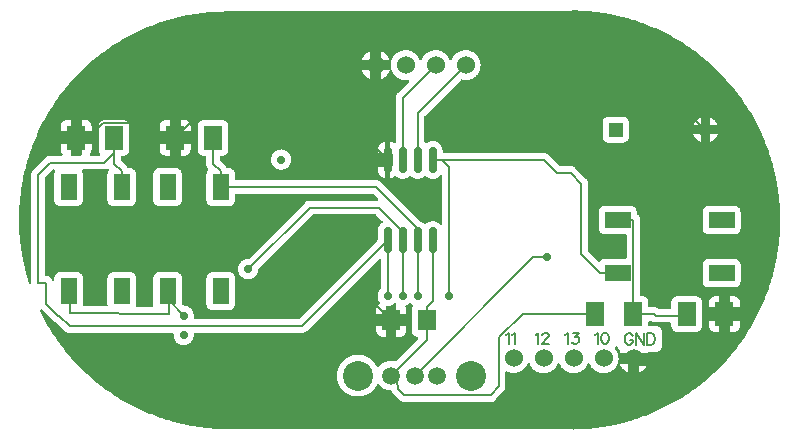
<source format=gtl>
G04 Layer: TopLayer*
G04 EasyEDA v6.3.22, 2020-04-03T23:48:27+02:00*
G04 c84acfee6ada4594b27f9e032ef05081,b454bf58618a4ea094e2924ff918fcb0,10*
G04 Gerber Generator version 0.2*
G04 Scale: 100 percent, Rotated: No, Reflected: No *
G04 Dimensions in millimeters *
G04 leading zeros omitted , absolute positions ,3 integer and 3 decimal *
%FSLAX33Y33*%
%MOMM*%
G90*
G71D02*

%ADD11C,0.159995*%
%ADD12C,0.699999*%
%ADD13C,0.203200*%
%ADD14C,0.610006*%
%ADD15C,0.700024*%
%ADD16R,1.600200X1.999996*%
%ADD17R,1.499997X1.799996*%
%ADD18R,1.399997X2.199996*%
%ADD19R,2.199996X1.399997*%
%ADD20C,1.524000*%
%ADD21R,1.199998X1.199998*%
%ADD22C,1.199998*%
%ADD23C,1.499997*%
%ADD24C,2.540000*%

%LPD*%
G36*
G01X47240Y35835D02*
G01X47239Y35835D01*
G01X47225Y35834D01*
G01X47210Y35831D01*
G01X47196Y35826D01*
G01X47183Y35818D01*
G01X47171Y35809D01*
G01X47153Y35794D01*
G01X47134Y35781D01*
G01X47113Y35769D01*
G01X47092Y35760D01*
G01X47069Y35753D01*
G01X47046Y35747D01*
G01X47023Y35744D01*
G01X47000Y35743D01*
G01X17999Y35743D01*
G01X17807Y35742D01*
G01X17615Y35739D01*
G01X17423Y35734D01*
G01X17230Y35726D01*
G01X17038Y35717D01*
G01X16846Y35705D01*
G01X16655Y35692D01*
G01X16463Y35676D01*
G01X16272Y35659D01*
G01X16080Y35639D01*
G01X15889Y35617D01*
G01X15698Y35593D01*
G01X15508Y35567D01*
G01X15318Y35539D01*
G01X15128Y35509D01*
G01X14938Y35477D01*
G01X14749Y35443D01*
G01X14560Y35407D01*
G01X14372Y35368D01*
G01X14183Y35328D01*
G01X13996Y35285D01*
G01X13809Y35241D01*
G01X13623Y35195D01*
G01X13436Y35146D01*
G01X13251Y35096D01*
G01X13066Y35043D01*
G01X12881Y34989D01*
G01X12697Y34932D01*
G01X12514Y34874D01*
G01X12332Y34813D01*
G01X12150Y34751D01*
G01X11969Y34687D01*
G01X11788Y34620D01*
G01X11608Y34552D01*
G01X11430Y34482D01*
G01X11251Y34409D01*
G01X11073Y34335D01*
G01X10897Y34260D01*
G01X10721Y34181D01*
G01X10546Y34102D01*
G01X10372Y34020D01*
G01X10199Y33936D01*
G01X10027Y33851D01*
G01X9855Y33764D01*
G01X9685Y33674D01*
G01X9516Y33583D01*
G01X9347Y33490D01*
G01X9180Y33396D01*
G01X9013Y33299D01*
G01X8848Y33201D01*
G01X8684Y33101D01*
G01X8521Y32999D01*
G01X8359Y32896D01*
G01X8198Y32790D01*
G01X8039Y32683D01*
G01X7880Y32574D01*
G01X7723Y32464D01*
G01X7566Y32352D01*
G01X7411Y32238D01*
G01X7258Y32122D01*
G01X7105Y32005D01*
G01X6954Y31886D01*
G01X6804Y31765D01*
G01X6656Y31643D01*
G01X6509Y31519D01*
G01X6363Y31394D01*
G01X6218Y31267D01*
G01X6075Y31139D01*
G01X5933Y31009D01*
G01X5793Y30877D01*
G01X5655Y30744D01*
G01X5517Y30610D01*
G01X5516Y30609D01*
G01X5382Y30471D01*
G01X5249Y30333D01*
G01X5117Y30193D01*
G01X4987Y30051D01*
G01X4859Y29908D01*
G01X4732Y29763D01*
G01X4607Y29617D01*
G01X4483Y29470D01*
G01X4361Y29322D01*
G01X4240Y29172D01*
G01X4121Y29021D01*
G01X4004Y28868D01*
G01X3888Y28715D01*
G01X3774Y28560D01*
G01X3662Y28403D01*
G01X3552Y28246D01*
G01X3443Y28087D01*
G01X3336Y27928D01*
G01X3230Y27767D01*
G01X3127Y27605D01*
G01X3025Y27442D01*
G01X2925Y27278D01*
G01X2827Y27113D01*
G01X2730Y26946D01*
G01X2636Y26779D01*
G01X2543Y26610D01*
G01X2452Y26441D01*
G01X2362Y26271D01*
G01X2275Y26099D01*
G01X2190Y25927D01*
G01X2106Y25754D01*
G01X2024Y25580D01*
G01X1945Y25405D01*
G01X1866Y25229D01*
G01X1791Y25053D01*
G01X1717Y24875D01*
G01X1644Y24696D01*
G01X1574Y24518D01*
G01X1506Y24338D01*
G01X1439Y24157D01*
G01X1375Y23976D01*
G01X1313Y23794D01*
G01X1252Y23612D01*
G01X1194Y23428D01*
G01X1137Y23245D01*
G01X1083Y23060D01*
G01X1030Y22875D01*
G01X980Y22690D01*
G01X931Y22503D01*
G01X885Y22317D01*
G01X841Y22130D01*
G01X798Y21943D01*
G01X758Y21754D01*
G01X719Y21566D01*
G01X683Y21377D01*
G01X649Y21188D01*
G01X617Y20998D01*
G01X587Y20808D01*
G01X559Y20618D01*
G01X533Y20428D01*
G01X509Y20237D01*
G01X487Y20046D01*
G01X467Y19854D01*
G01X450Y19663D01*
G01X434Y19471D01*
G01X421Y19280D01*
G01X409Y19088D01*
G01X400Y18896D01*
G01X392Y18703D01*
G01X387Y18511D01*
G01X384Y18319D01*
G01X383Y18126D01*
G01X384Y17931D01*
G01X387Y17736D01*
G01X393Y17542D01*
G01X400Y17347D01*
G01X410Y17152D01*
G01X422Y16958D01*
G01X435Y16763D01*
G01X452Y16568D01*
G01X470Y16374D01*
G01X490Y16180D01*
G01X513Y15987D01*
G01X537Y15793D01*
G01X564Y15600D01*
G01X593Y15407D01*
G01X623Y15215D01*
G01X657Y15023D01*
G01X692Y14831D01*
G01X729Y14640D01*
G01X769Y14449D01*
G01X810Y14258D01*
G01X853Y14068D01*
G01X899Y13878D01*
G01X947Y13689D01*
G01X997Y13501D01*
G01X1049Y13313D01*
G01X1102Y13125D01*
G01X1158Y12939D01*
G01X1217Y12752D01*
G01X1222Y12738D01*
G01X1231Y12724D01*
G01X1241Y12712D01*
G01X1253Y12701D01*
G01X1267Y12693D01*
G01X1282Y12687D01*
G01X1297Y12683D01*
G01X1313Y12682D01*
G01X1328Y12683D01*
G01X1342Y12686D01*
G01X1355Y12691D01*
G01X1368Y12697D01*
G01X1380Y12706D01*
G01X1390Y12717D01*
G01X1399Y12728D01*
G01X1406Y12741D01*
G01X1411Y12754D01*
G01X1414Y12769D01*
G01X1415Y12783D01*
G01X1415Y21936D01*
G01X1416Y21972D01*
G01X1419Y22007D01*
G01X1424Y22042D01*
G01X1432Y22076D01*
G01X1441Y22110D01*
G01X1453Y22143D01*
G01X1466Y22176D01*
G01X1481Y22207D01*
G01X1499Y22238D01*
G01X1518Y22268D01*
G01X1539Y22296D01*
G01X1561Y22323D01*
G01X2627Y23389D01*
G01X2654Y23411D01*
G01X2682Y23432D01*
G01X2712Y23451D01*
G01X2743Y23469D01*
G01X2774Y23484D01*
G01X2807Y23497D01*
G01X2840Y23509D01*
G01X2874Y23518D01*
G01X2908Y23526D01*
G01X2943Y23531D01*
G01X2978Y23534D01*
G01X3013Y23535D01*
G01X3976Y23535D01*
G01X3990Y23536D01*
G01X4005Y23539D01*
G01X4018Y23544D01*
G01X4031Y23551D01*
G01X4042Y23560D01*
G01X4053Y23570D01*
G01X4061Y23582D01*
G01X4068Y23595D01*
G01X4073Y23608D01*
G01X4076Y23623D01*
G01X4077Y23637D01*
G01X4076Y23652D01*
G01X4073Y23667D01*
G01X4068Y23681D01*
G01X4060Y23694D01*
G01X4050Y23706D01*
G01X4028Y23732D01*
G01X4007Y23759D01*
G01X3988Y23788D01*
G01X3972Y23818D01*
G01X3957Y23849D01*
G01X3945Y23880D01*
G01X3934Y23913D01*
G01X3926Y23946D01*
G01X3921Y23980D01*
G01X3917Y24014D01*
G01X3916Y24048D01*
G01X3916Y24485D01*
G01X4755Y24485D01*
G01X4755Y23637D01*
G01X4756Y23623D01*
G01X4759Y23608D01*
G01X4771Y23582D01*
G01X4780Y23570D01*
G01X4790Y23560D01*
G01X4802Y23551D01*
G01X4814Y23544D01*
G01X4828Y23539D01*
G01X4842Y23536D01*
G01X4857Y23535D01*
G01X5580Y23535D01*
G01X5595Y23536D01*
G01X5609Y23539D01*
G01X5623Y23544D01*
G01X5636Y23551D01*
G01X5647Y23560D01*
G01X5658Y23570D01*
G01X5666Y23582D01*
G01X5673Y23595D01*
G01X5678Y23608D01*
G01X5681Y23623D01*
G01X5682Y23637D01*
G01X5682Y24485D01*
G01X6521Y24485D01*
G01X6521Y24048D01*
G01X6520Y24014D01*
G01X6517Y23980D01*
G01X6511Y23946D01*
G01X6503Y23913D01*
G01X6493Y23880D01*
G01X6480Y23849D01*
G01X6465Y23818D01*
G01X6449Y23788D01*
G01X6430Y23759D01*
G01X6409Y23732D01*
G01X6387Y23706D01*
G01X6377Y23694D01*
G01X6370Y23681D01*
G01X6364Y23667D01*
G01X6361Y23652D01*
G01X6360Y23637D01*
G01X6361Y23623D01*
G01X6364Y23608D01*
G01X6369Y23595D01*
G01X6376Y23582D01*
G01X6385Y23570D01*
G01X6395Y23560D01*
G01X6406Y23551D01*
G01X6419Y23544D01*
G01X6433Y23539D01*
G01X6447Y23536D01*
G01X6461Y23535D01*
G01X7176Y23535D01*
G01X7190Y23536D01*
G01X7204Y23539D01*
G01X7218Y23544D01*
G01X7230Y23551D01*
G01X7242Y23560D01*
G01X7252Y23570D01*
G01X7261Y23582D01*
G01X7268Y23595D01*
G01X7273Y23608D01*
G01X7276Y23623D01*
G01X7277Y23637D01*
G01X7276Y23652D01*
G01X7273Y23667D01*
G01X7267Y23681D01*
G01X7259Y23694D01*
G01X7250Y23706D01*
G01X7228Y23732D01*
G01X7207Y23759D01*
G01X7188Y23788D01*
G01X7171Y23818D01*
G01X7157Y23849D01*
G01X7145Y23880D01*
G01X7134Y23913D01*
G01X7126Y23946D01*
G01X7120Y23980D01*
G01X7117Y24014D01*
G01X7116Y24048D01*
G01X7116Y26048D01*
G01X7117Y26081D01*
G01X7120Y26114D01*
G01X7125Y26146D01*
G01X7133Y26178D01*
G01X7143Y26210D01*
G01X7154Y26240D01*
G01X7167Y26270D01*
G01X7183Y26299D01*
G01X7200Y26327D01*
G01X7220Y26354D01*
G01X7241Y26379D01*
G01X7263Y26403D01*
G01X7287Y26426D01*
G01X7312Y26447D01*
G01X7339Y26466D01*
G01X7367Y26483D01*
G01X7396Y26499D01*
G01X7426Y26513D01*
G01X7457Y26524D01*
G01X7488Y26533D01*
G01X7520Y26541D01*
G01X7553Y26547D01*
G01X7585Y26550D01*
G01X7619Y26551D01*
G01X9219Y26551D01*
G01X9251Y26550D01*
G01X9284Y26547D01*
G01X9317Y26541D01*
G01X9349Y26533D01*
G01X9380Y26524D01*
G01X9411Y26513D01*
G01X9441Y26499D01*
G01X9470Y26483D01*
G01X9498Y26466D01*
G01X9525Y26447D01*
G01X9550Y26426D01*
G01X9574Y26403D01*
G01X9597Y26379D01*
G01X9617Y26354D01*
G01X9636Y26327D01*
G01X9654Y26299D01*
G01X9669Y26270D01*
G01X9683Y26240D01*
G01X9695Y26210D01*
G01X9704Y26178D01*
G01X9711Y26146D01*
G01X9717Y26114D01*
G01X9720Y26081D01*
G01X9721Y26048D01*
G01X9721Y24048D01*
G01X9720Y24015D01*
G01X9717Y23982D01*
G01X9711Y23950D01*
G01X9704Y23918D01*
G01X9695Y23886D01*
G01X9683Y23856D01*
G01X9669Y23826D01*
G01X9654Y23797D01*
G01X9636Y23769D01*
G01X9617Y23742D01*
G01X9597Y23717D01*
G01X9574Y23693D01*
G01X9550Y23670D01*
G01X9525Y23649D01*
G01X9498Y23630D01*
G01X9470Y23613D01*
G01X9441Y23597D01*
G01X9411Y23583D01*
G01X9380Y23572D01*
G01X9349Y23563D01*
G01X9317Y23555D01*
G01X9284Y23549D01*
G01X9251Y23546D01*
G01X9219Y23545D01*
G01X9103Y23545D01*
G01X9089Y23544D01*
G01X9074Y23541D01*
G01X9061Y23536D01*
G01X9048Y23529D01*
G01X9036Y23520D01*
G01X9026Y23510D01*
G01X9018Y23499D01*
G01X9010Y23486D01*
G01X9005Y23472D01*
G01X9002Y23458D01*
G01X9001Y23444D01*
G01X9001Y23155D01*
G01X9002Y23139D01*
G01X9006Y23124D01*
G01X9012Y23109D01*
G01X9021Y23096D01*
G01X9031Y23084D01*
G01X9485Y22631D01*
G01X9515Y22598D01*
G01X9543Y22563D01*
G01X9569Y22526D01*
G01X9577Y22515D01*
G01X9588Y22504D01*
G01X9599Y22495D01*
G01X9612Y22488D01*
G01X9626Y22483D01*
G01X9640Y22480D01*
G01X9655Y22479D01*
G01X9773Y22479D01*
G01X9806Y22478D01*
G01X9839Y22474D01*
G01X9871Y22469D01*
G01X9903Y22461D01*
G01X9935Y22452D01*
G01X9966Y22440D01*
G01X9995Y22427D01*
G01X10025Y22411D01*
G01X10053Y22394D01*
G01X10105Y22354D01*
G01X10129Y22331D01*
G01X10151Y22307D01*
G01X10172Y22282D01*
G01X10192Y22255D01*
G01X10209Y22227D01*
G01X10224Y22198D01*
G01X10238Y22168D01*
G01X10249Y22137D01*
G01X10259Y22106D01*
G01X10266Y22074D01*
G01X10272Y22041D01*
G01X10275Y22009D01*
G01X10276Y21976D01*
G01X10276Y19775D01*
G01X10275Y19743D01*
G01X10272Y19710D01*
G01X10266Y19677D01*
G01X10259Y19645D01*
G01X10249Y19614D01*
G01X10238Y19583D01*
G01X10224Y19553D01*
G01X10209Y19525D01*
G01X10192Y19497D01*
G01X10172Y19470D01*
G01X10151Y19444D01*
G01X10129Y19420D01*
G01X10105Y19398D01*
G01X10079Y19377D01*
G01X10053Y19358D01*
G01X10025Y19341D01*
G01X9995Y19325D01*
G01X9966Y19311D01*
G01X9935Y19299D01*
G01X9903Y19290D01*
G01X9871Y19283D01*
G01X9839Y19277D01*
G01X9806Y19274D01*
G01X9773Y19273D01*
G01X8373Y19273D01*
G01X8340Y19274D01*
G01X8308Y19277D01*
G01X8275Y19283D01*
G01X8243Y19290D01*
G01X8212Y19299D01*
G01X8181Y19311D01*
G01X8151Y19325D01*
G01X8122Y19341D01*
G01X8094Y19358D01*
G01X8068Y19377D01*
G01X8042Y19398D01*
G01X8018Y19420D01*
G01X7995Y19444D01*
G01X7975Y19470D01*
G01X7955Y19497D01*
G01X7938Y19525D01*
G01X7922Y19553D01*
G01X7909Y19583D01*
G01X7897Y19614D01*
G01X7888Y19645D01*
G01X7880Y19677D01*
G01X7875Y19710D01*
G01X7872Y19743D01*
G01X7870Y19775D01*
G01X7870Y21976D01*
G01X7872Y22008D01*
G01X7875Y22041D01*
G01X7880Y22073D01*
G01X7888Y22105D01*
G01X7897Y22136D01*
G01X7908Y22166D01*
G01X7922Y22196D01*
G01X7937Y22225D01*
G01X7954Y22252D01*
G01X7973Y22279D01*
G01X7982Y22293D01*
G01X7988Y22308D01*
G01X7992Y22324D01*
G01X7993Y22340D01*
G01X7992Y22355D01*
G01X7989Y22369D01*
G01X7984Y22383D01*
G01X7977Y22396D01*
G01X7969Y22407D01*
G01X7958Y22418D01*
G01X7947Y22426D01*
G01X7934Y22433D01*
G01X7920Y22438D01*
G01X7906Y22441D01*
G01X7892Y22442D01*
G01X7876Y22441D01*
G01X7861Y22437D01*
G01X7846Y22431D01*
G01X7811Y22416D01*
G01X7775Y22401D01*
G01X7738Y22390D01*
G01X7701Y22381D01*
G01X7663Y22375D01*
G01X7624Y22371D01*
G01X7585Y22370D01*
G01X5802Y22370D01*
G01X5788Y22369D01*
G01X5773Y22366D01*
G01X5760Y22361D01*
G01X5747Y22354D01*
G01X5735Y22345D01*
G01X5725Y22335D01*
G01X5717Y22323D01*
G01X5709Y22310D01*
G01X5704Y22297D01*
G01X5701Y22282D01*
G01X5700Y22268D01*
G01X5702Y22251D01*
G01X5706Y22235D01*
G01X5713Y22219D01*
G01X5730Y22186D01*
G01X5743Y22153D01*
G01X5755Y22119D01*
G01X5764Y22084D01*
G01X5771Y22048D01*
G01X5774Y22012D01*
G01X5776Y21976D01*
G01X5776Y19775D01*
G01X5775Y19742D01*
G01X5772Y19710D01*
G01X5766Y19677D01*
G01X5759Y19645D01*
G01X5750Y19614D01*
G01X5738Y19583D01*
G01X5724Y19553D01*
G01X5708Y19524D01*
G01X5691Y19496D01*
G01X5672Y19470D01*
G01X5651Y19444D01*
G01X5629Y19420D01*
G01X5605Y19398D01*
G01X5579Y19377D01*
G01X5552Y19357D01*
G01X5525Y19340D01*
G01X5496Y19325D01*
G01X5466Y19311D01*
G01X5435Y19299D01*
G01X5404Y19290D01*
G01X5372Y19283D01*
G01X5339Y19277D01*
G01X5306Y19274D01*
G01X5274Y19273D01*
G01X3874Y19273D01*
G01X3841Y19274D01*
G01X3807Y19277D01*
G01X3775Y19283D01*
G01X3743Y19290D01*
G01X3712Y19299D01*
G01X3681Y19311D01*
G01X3651Y19325D01*
G01X3622Y19340D01*
G01X3594Y19357D01*
G01X3567Y19377D01*
G01X3542Y19398D01*
G01X3518Y19420D01*
G01X3496Y19444D01*
G01X3475Y19470D01*
G01X3455Y19496D01*
G01X3438Y19524D01*
G01X3422Y19553D01*
G01X3409Y19583D01*
G01X3398Y19614D01*
G01X3388Y19645D01*
G01X3380Y19677D01*
G01X3375Y19710D01*
G01X3372Y19742D01*
G01X3371Y19775D01*
G01X3371Y21976D01*
G01X3372Y22012D01*
G01X3376Y22048D01*
G01X3382Y22084D01*
G01X3391Y22119D01*
G01X3403Y22153D01*
G01X3417Y22186D01*
G01X3434Y22219D01*
G01X3441Y22235D01*
G01X3445Y22251D01*
G01X3446Y22268D01*
G01X3445Y22282D01*
G01X3442Y22297D01*
G01X3437Y22310D01*
G01X3430Y22323D01*
G01X3421Y22335D01*
G01X3411Y22345D01*
G01X3400Y22354D01*
G01X3387Y22361D01*
G01X3373Y22366D01*
G01X3359Y22369D01*
G01X3345Y22370D01*
G01X3297Y22370D01*
G01X3281Y22369D01*
G01X3265Y22365D01*
G01X3251Y22359D01*
G01X3237Y22351D01*
G01X3225Y22340D01*
G01X2610Y21725D01*
G01X2599Y21713D01*
G01X2591Y21699D01*
G01X2585Y21685D01*
G01X2581Y21669D01*
G01X2580Y21653D01*
G01X2580Y13475D01*
G01X2581Y13460D01*
G01X2585Y13445D01*
G01X2590Y13431D01*
G01X2598Y13418D01*
G01X2608Y13406D01*
G01X2619Y13395D01*
G01X2631Y13387D01*
G01X2645Y13380D01*
G01X2659Y13376D01*
G01X2675Y13374D01*
G01X2709Y13370D01*
G01X2743Y13364D01*
G01X2776Y13357D01*
G01X2810Y13348D01*
G01X2842Y13336D01*
G01X2874Y13323D01*
G01X2905Y13308D01*
G01X2935Y13291D01*
G01X2964Y13272D01*
G01X2992Y13251D01*
G01X3018Y13229D01*
G01X3043Y13206D01*
G01X3067Y13181D01*
G01X3089Y13155D01*
G01X3110Y13127D01*
G01X3129Y13098D01*
G01X3146Y13068D01*
G01X3161Y13037D01*
G01X3175Y13005D01*
G01X3181Y12992D01*
G01X3190Y12979D01*
G01X3200Y12968D01*
G01X3212Y12959D01*
G01X3225Y12951D01*
G01X3240Y12946D01*
G01X3254Y12942D01*
G01X3270Y12941D01*
G01X3284Y12942D01*
G01X3298Y12945D01*
G01X3312Y12950D01*
G01X3324Y12957D01*
G01X3336Y12966D01*
G01X3346Y12976D01*
G01X3355Y12988D01*
G01X3362Y13001D01*
G01X3367Y13014D01*
G01X3370Y13028D01*
G01X3371Y13043D01*
G01X3371Y13176D01*
G01X3372Y13208D01*
G01X3375Y13241D01*
G01X3381Y13274D01*
G01X3388Y13306D01*
G01X3398Y13337D01*
G01X3409Y13368D01*
G01X3423Y13398D01*
G01X3438Y13426D01*
G01X3455Y13454D01*
G01X3475Y13481D01*
G01X3496Y13507D01*
G01X3518Y13531D01*
G01X3542Y13553D01*
G01X3568Y13574D01*
G01X3594Y13593D01*
G01X3622Y13610D01*
G01X3652Y13626D01*
G01X3681Y13640D01*
G01X3712Y13652D01*
G01X3743Y13661D01*
G01X3775Y13668D01*
G01X3808Y13674D01*
G01X3841Y13677D01*
G01X3874Y13678D01*
G01X5274Y13678D01*
G01X5307Y13677D01*
G01X5339Y13674D01*
G01X5372Y13668D01*
G01X5404Y13661D01*
G01X5435Y13652D01*
G01X5466Y13640D01*
G01X5496Y13626D01*
G01X5525Y13610D01*
G01X5553Y13593D01*
G01X5579Y13574D01*
G01X5605Y13553D01*
G01X5629Y13531D01*
G01X5652Y13507D01*
G01X5672Y13481D01*
G01X5692Y13454D01*
G01X5709Y13426D01*
G01X5725Y13398D01*
G01X5738Y13368D01*
G01X5750Y13337D01*
G01X5759Y13306D01*
G01X5767Y13274D01*
G01X5772Y13241D01*
G01X5775Y13208D01*
G01X5777Y13176D01*
G01X5777Y10975D01*
G01X5774Y10928D01*
G01X5773Y10918D01*
G01X5774Y10904D01*
G01X5778Y10890D01*
G01X5783Y10877D01*
G01X5789Y10864D01*
G01X5798Y10852D01*
G01X5808Y10842D01*
G01X5820Y10834D01*
G01X5832Y10827D01*
G01X5846Y10821D01*
G01X5859Y10818D01*
G01X5874Y10817D01*
G01X7774Y10788D01*
G01X7775Y10788D01*
G01X7790Y10789D01*
G01X7804Y10792D01*
G01X7818Y10797D01*
G01X7830Y10804D01*
G01X7842Y10813D01*
G01X7852Y10823D01*
G01X7861Y10835D01*
G01X7868Y10847D01*
G01X7873Y10861D01*
G01X7876Y10875D01*
G01X7877Y10890D01*
G01X7876Y10904D01*
G01X7872Y10940D01*
G01X7871Y10975D01*
G01X7871Y13176D01*
G01X7872Y13209D01*
G01X7875Y13241D01*
G01X7881Y13274D01*
G01X7888Y13306D01*
G01X7897Y13337D01*
G01X7909Y13368D01*
G01X7923Y13398D01*
G01X7939Y13427D01*
G01X7956Y13455D01*
G01X7975Y13481D01*
G01X7996Y13507D01*
G01X8018Y13531D01*
G01X8042Y13553D01*
G01X8068Y13574D01*
G01X8095Y13594D01*
G01X8122Y13611D01*
G01X8151Y13626D01*
G01X8181Y13640D01*
G01X8212Y13652D01*
G01X8243Y13661D01*
G01X8275Y13668D01*
G01X8308Y13674D01*
G01X8341Y13677D01*
G01X8373Y13678D01*
G01X9773Y13678D01*
G01X9806Y13677D01*
G01X9839Y13674D01*
G01X9871Y13668D01*
G01X9903Y13661D01*
G01X9935Y13652D01*
G01X9966Y13640D01*
G01X9996Y13626D01*
G01X10025Y13611D01*
G01X10053Y13594D01*
G01X10080Y13574D01*
G01X10105Y13553D01*
G01X10129Y13531D01*
G01X10151Y13507D01*
G01X10172Y13481D01*
G01X10192Y13455D01*
G01X10209Y13427D01*
G01X10225Y13398D01*
G01X10238Y13368D01*
G01X10249Y13337D01*
G01X10259Y13306D01*
G01X10267Y13274D01*
G01X10272Y13241D01*
G01X10275Y13209D01*
G01X10276Y13176D01*
G01X10276Y10975D01*
G01X10275Y10940D01*
G01X10271Y10906D01*
G01X10265Y10871D01*
G01X10263Y10850D01*
G01X10264Y10836D01*
G01X10267Y10822D01*
G01X10272Y10809D01*
G01X10279Y10796D01*
G01X10288Y10784D01*
G01X10298Y10774D01*
G01X10309Y10766D01*
G01X10322Y10758D01*
G01X10335Y10753D01*
G01X10349Y10750D01*
G01X10363Y10749D01*
G01X11667Y10729D01*
G01X11669Y10729D01*
G01X11684Y10730D01*
G01X11698Y10733D01*
G01X11711Y10738D01*
G01X11724Y10745D01*
G01X11735Y10754D01*
G01X11746Y10764D01*
G01X11754Y10776D01*
G01X11761Y10788D01*
G01X11766Y10802D01*
G01X11769Y10816D01*
G01X11770Y10831D01*
G01X11767Y10855D01*
G01X11759Y10895D01*
G01X11755Y10935D01*
G01X11753Y10975D01*
G01X11753Y13176D01*
G01X11754Y13208D01*
G01X11757Y13241D01*
G01X11763Y13274D01*
G01X11770Y13306D01*
G01X11780Y13337D01*
G01X11791Y13368D01*
G01X11805Y13398D01*
G01X11820Y13426D01*
G01X11837Y13454D01*
G01X11857Y13481D01*
G01X11878Y13507D01*
G01X11900Y13531D01*
G01X11924Y13553D01*
G01X11950Y13574D01*
G01X11976Y13593D01*
G01X12004Y13610D01*
G01X12034Y13626D01*
G01X12063Y13640D01*
G01X12094Y13652D01*
G01X12125Y13661D01*
G01X12157Y13668D01*
G01X12190Y13674D01*
G01X12223Y13677D01*
G01X12256Y13678D01*
G01X13656Y13678D01*
G01X13689Y13677D01*
G01X13721Y13674D01*
G01X13754Y13668D01*
G01X13786Y13661D01*
G01X13817Y13652D01*
G01X13848Y13640D01*
G01X13878Y13626D01*
G01X13907Y13610D01*
G01X13935Y13593D01*
G01X13961Y13574D01*
G01X13987Y13553D01*
G01X14011Y13531D01*
G01X14034Y13507D01*
G01X14054Y13481D01*
G01X14074Y13454D01*
G01X14091Y13426D01*
G01X14107Y13398D01*
G01X14120Y13368D01*
G01X14132Y13337D01*
G01X14141Y13306D01*
G01X14149Y13274D01*
G01X14154Y13241D01*
G01X14157Y13208D01*
G01X14159Y13176D01*
G01X14159Y11023D01*
G01X14160Y11007D01*
G01X14163Y10992D01*
G01X14169Y10977D01*
G01X14178Y10963D01*
G01X14188Y10951D01*
G01X14258Y10881D01*
G01X14270Y10871D01*
G01X14283Y10863D01*
G01X14298Y10857D01*
G01X14313Y10852D01*
G01X14329Y10851D01*
G01X14371Y10849D01*
G01X14414Y10845D01*
G01X14456Y10840D01*
G01X14498Y10832D01*
G01X14540Y10821D01*
G01X14581Y10809D01*
G01X14621Y10795D01*
G01X14661Y10778D01*
G01X14700Y10760D01*
G01X14738Y10740D01*
G01X14774Y10718D01*
G01X14810Y10694D01*
G01X14844Y10669D01*
G01X14877Y10641D01*
G01X14908Y10612D01*
G01X14938Y10582D01*
G01X14967Y10550D01*
G01X14994Y10517D01*
G01X15019Y10482D01*
G01X15042Y10446D01*
G01X15064Y10409D01*
G01X15084Y10371D01*
G01X15101Y10332D01*
G01X15117Y10292D01*
G01X15131Y10251D01*
G01X15142Y10210D01*
G01X15152Y10169D01*
G01X15159Y10127D01*
G01X15165Y10084D01*
G01X15168Y10041D01*
G01X15169Y9998D01*
G01X15168Y9952D01*
G01X15164Y9907D01*
G01X15158Y9861D01*
G01X15149Y9816D01*
G01X15147Y9794D01*
G01X15148Y9780D01*
G01X15151Y9765D01*
G01X15156Y9752D01*
G01X15163Y9739D01*
G01X15172Y9727D01*
G01X15182Y9717D01*
G01X15194Y9708D01*
G01X15207Y9701D01*
G01X15220Y9696D01*
G01X15234Y9693D01*
G01X15249Y9692D01*
G01X24037Y9692D01*
G01X24053Y9693D01*
G01X24069Y9697D01*
G01X24083Y9703D01*
G01X24097Y9711D01*
G01X24109Y9722D01*
G01X30706Y16319D01*
G01X30716Y16331D01*
G01X30725Y16345D01*
G01X30731Y16360D01*
G01X30735Y16375D01*
G01X30736Y16391D01*
G01X30736Y17127D01*
G01X30737Y17170D01*
G01X30740Y17213D01*
G01X30745Y17255D01*
G01X30753Y17296D01*
G01X30762Y17338D01*
G01X30774Y17379D01*
G01X30787Y17419D01*
G01X30803Y17459D01*
G01X30820Y17498D01*
G01X30840Y17536D01*
G01X30861Y17572D01*
G01X30884Y17608D01*
G01X30909Y17643D01*
G01X30936Y17676D01*
G01X30964Y17708D01*
G01X30994Y17738D01*
G01X31025Y17767D01*
G01X31058Y17795D01*
G01X31092Y17820D01*
G01X31127Y17844D01*
G01X31138Y17853D01*
G01X31149Y17863D01*
G01X31157Y17875D01*
G01X31164Y17887D01*
G01X31169Y17901D01*
G01X31172Y17915D01*
G01X31173Y17929D01*
G01X31172Y17946D01*
G01X31168Y17961D01*
G01X31162Y17976D01*
G01X31154Y17989D01*
G01X31143Y18002D01*
G01X30615Y18530D01*
G01X30603Y18541D01*
G01X30589Y18549D01*
G01X30575Y18555D01*
G01X30559Y18559D01*
G01X30543Y18560D01*
G01X25268Y18560D01*
G01X25252Y18559D01*
G01X25236Y18555D01*
G01X25222Y18549D01*
G01X25208Y18541D01*
G01X25196Y18530D01*
G01X20660Y13994D01*
G01X20650Y13982D01*
G01X20642Y13969D01*
G01X20636Y13954D01*
G01X20631Y13939D01*
G01X20630Y13923D01*
G01X20628Y13881D01*
G01X20624Y13838D01*
G01X20619Y13796D01*
G01X20611Y13754D01*
G01X20600Y13712D01*
G01X20588Y13671D01*
G01X20574Y13631D01*
G01X20557Y13591D01*
G01X20539Y13552D01*
G01X20519Y13514D01*
G01X20497Y13478D01*
G01X20473Y13442D01*
G01X20448Y13408D01*
G01X20420Y13375D01*
G01X20391Y13344D01*
G01X20361Y13314D01*
G01X20329Y13285D01*
G01X20296Y13258D01*
G01X20261Y13233D01*
G01X20225Y13210D01*
G01X20188Y13188D01*
G01X20150Y13168D01*
G01X20111Y13151D01*
G01X20071Y13135D01*
G01X20030Y13121D01*
G01X19989Y13109D01*
G01X19948Y13100D01*
G01X19906Y13093D01*
G01X19863Y13087D01*
G01X19820Y13084D01*
G01X19777Y13083D01*
G01X19736Y13084D01*
G01X19694Y13087D01*
G01X19653Y13092D01*
G01X19611Y13099D01*
G01X19570Y13108D01*
G01X19530Y13120D01*
G01X19490Y13133D01*
G01X19451Y13148D01*
G01X19413Y13165D01*
G01X19376Y13184D01*
G01X19339Y13204D01*
G01X19304Y13226D01*
G01X19269Y13251D01*
G01X19236Y13277D01*
G01X19205Y13304D01*
G01X19174Y13332D01*
G01X19146Y13363D01*
G01X19119Y13394D01*
G01X19093Y13427D01*
G01X19068Y13462D01*
G01X19046Y13497D01*
G01X19026Y13534D01*
G01X19007Y13571D01*
G01X18990Y13609D01*
G01X18975Y13648D01*
G01X18962Y13688D01*
G01X18950Y13728D01*
G01X18941Y13769D01*
G01X18934Y13811D01*
G01X18929Y13852D01*
G01X18926Y13894D01*
G01X18925Y13935D01*
G01X18926Y13978D01*
G01X18929Y14021D01*
G01X18935Y14064D01*
G01X18942Y14106D01*
G01X18951Y14147D01*
G01X18963Y14188D01*
G01X18977Y14229D01*
G01X18993Y14269D01*
G01X19010Y14308D01*
G01X19030Y14346D01*
G01X19052Y14383D01*
G01X19075Y14419D01*
G01X19100Y14454D01*
G01X19127Y14487D01*
G01X19156Y14519D01*
G01X19186Y14549D01*
G01X19217Y14578D01*
G01X19250Y14606D01*
G01X19284Y14631D01*
G01X19320Y14655D01*
G01X19356Y14677D01*
G01X19394Y14697D01*
G01X19433Y14715D01*
G01X19473Y14732D01*
G01X19513Y14746D01*
G01X19554Y14758D01*
G01X19596Y14769D01*
G01X19638Y14777D01*
G01X19680Y14782D01*
G01X19723Y14786D01*
G01X19765Y14788D01*
G01X19781Y14789D01*
G01X19796Y14794D01*
G01X19811Y14800D01*
G01X19824Y14808D01*
G01X19836Y14818D01*
G01X24573Y19554D01*
G01X24598Y19579D01*
G01X24625Y19601D01*
G01X24653Y19622D01*
G01X24683Y19641D01*
G01X24714Y19659D01*
G01X24745Y19674D01*
G01X24778Y19687D01*
G01X24811Y19699D01*
G01X24845Y19708D01*
G01X24879Y19716D01*
G01X24914Y19721D01*
G01X24949Y19724D01*
G01X24984Y19725D01*
G01X30698Y19725D01*
G01X30713Y19726D01*
G01X30727Y19729D01*
G01X30741Y19734D01*
G01X30753Y19741D01*
G01X30765Y19750D01*
G01X30775Y19760D01*
G01X30784Y19772D01*
G01X30791Y19785D01*
G01X30796Y19798D01*
G01X30799Y19813D01*
G01X30800Y19827D01*
G01X30799Y19843D01*
G01X30795Y19858D01*
G01X30789Y19873D01*
G01X30781Y19887D01*
G01X30771Y19898D01*
G01X30406Y20263D01*
G01X30394Y20273D01*
G01X30380Y20281D01*
G01X30366Y20288D01*
G01X30350Y20292D01*
G01X30334Y20293D01*
G01X18759Y20293D01*
G01X18745Y20292D01*
G01X18731Y20289D01*
G01X18717Y20283D01*
G01X18705Y20277D01*
G01X18693Y20268D01*
G01X18683Y20258D01*
G01X18674Y20246D01*
G01X18667Y20233D01*
G01X18662Y20220D01*
G01X18659Y20206D01*
G01X18658Y20191D01*
G01X18658Y19775D01*
G01X18657Y19743D01*
G01X18654Y19710D01*
G01X18648Y19677D01*
G01X18641Y19645D01*
G01X18631Y19614D01*
G01X18620Y19583D01*
G01X18606Y19553D01*
G01X18591Y19525D01*
G01X18574Y19497D01*
G01X18554Y19470D01*
G01X18533Y19444D01*
G01X18511Y19420D01*
G01X18487Y19398D01*
G01X18461Y19377D01*
G01X18435Y19358D01*
G01X18407Y19341D01*
G01X18377Y19325D01*
G01X18348Y19311D01*
G01X18317Y19299D01*
G01X18285Y19290D01*
G01X18253Y19283D01*
G01X18221Y19277D01*
G01X18188Y19274D01*
G01X18155Y19273D01*
G01X16755Y19273D01*
G01X16722Y19274D01*
G01X16690Y19277D01*
G01X16657Y19283D01*
G01X16625Y19290D01*
G01X16594Y19299D01*
G01X16563Y19311D01*
G01X16533Y19325D01*
G01X16504Y19341D01*
G01X16476Y19358D01*
G01X16450Y19377D01*
G01X16424Y19398D01*
G01X16400Y19420D01*
G01X16377Y19444D01*
G01X16357Y19470D01*
G01X16337Y19497D01*
G01X16320Y19525D01*
G01X16304Y19553D01*
G01X16291Y19583D01*
G01X16279Y19614D01*
G01X16270Y19645D01*
G01X16262Y19677D01*
G01X16257Y19710D01*
G01X16254Y19743D01*
G01X16252Y19775D01*
G01X16252Y21976D01*
G01X16254Y22010D01*
G01X16258Y22044D01*
G01X16263Y22078D01*
G01X16271Y22112D01*
G01X16282Y22145D01*
G01X16295Y22177D01*
G01X16309Y22208D01*
G01X16326Y22238D01*
G01X16345Y22267D01*
G01X16366Y22294D01*
G01X16389Y22320D01*
G01X16398Y22332D01*
G01X16406Y22345D01*
G01X16412Y22359D01*
G01X16415Y22374D01*
G01X16417Y22389D01*
G01X16415Y22405D01*
G01X16411Y22421D01*
G01X16405Y22435D01*
G01X16397Y22449D01*
G01X16387Y22461D01*
G01X16363Y22487D01*
G01X16341Y22514D01*
G01X16320Y22542D01*
G01X16301Y22571D01*
G01X16284Y22601D01*
G01X16269Y22633D01*
G01X16256Y22665D01*
G01X16244Y22698D01*
G01X16235Y22733D01*
G01X16228Y22767D01*
G01X16222Y22801D01*
G01X16219Y22836D01*
G01X16218Y22871D01*
G01X16218Y23444D01*
G01X16217Y23458D01*
G01X16214Y23472D01*
G01X16209Y23486D01*
G01X16202Y23499D01*
G01X16193Y23510D01*
G01X16183Y23520D01*
G01X16171Y23529D01*
G01X16158Y23536D01*
G01X16145Y23541D01*
G01X16131Y23544D01*
G01X16116Y23545D01*
G01X16001Y23545D01*
G01X15967Y23546D01*
G01X15935Y23549D01*
G01X15902Y23555D01*
G01X15870Y23563D01*
G01X15839Y23572D01*
G01X15808Y23583D01*
G01X15778Y23597D01*
G01X15749Y23613D01*
G01X15721Y23630D01*
G01X15694Y23649D01*
G01X15669Y23670D01*
G01X15645Y23693D01*
G01X15623Y23717D01*
G01X15602Y23742D01*
G01X15582Y23769D01*
G01X15565Y23797D01*
G01X15549Y23826D01*
G01X15536Y23856D01*
G01X15525Y23886D01*
G01X15515Y23918D01*
G01X15507Y23950D01*
G01X15502Y23982D01*
G01X15499Y24015D01*
G01X15498Y24048D01*
G01X15498Y26048D01*
G01X15499Y26081D01*
G01X15502Y26114D01*
G01X15507Y26146D01*
G01X15515Y26178D01*
G01X15525Y26210D01*
G01X15536Y26240D01*
G01X15549Y26270D01*
G01X15565Y26299D01*
G01X15582Y26327D01*
G01X15602Y26354D01*
G01X15623Y26379D01*
G01X15645Y26403D01*
G01X15669Y26426D01*
G01X15694Y26447D01*
G01X15721Y26466D01*
G01X15749Y26483D01*
G01X15778Y26499D01*
G01X15808Y26513D01*
G01X15839Y26524D01*
G01X15870Y26533D01*
G01X15902Y26541D01*
G01X15935Y26547D01*
G01X15967Y26550D01*
G01X16001Y26551D01*
G01X17601Y26551D01*
G01X17634Y26550D01*
G01X17666Y26547D01*
G01X17699Y26541D01*
G01X17731Y26533D01*
G01X17762Y26524D01*
G01X17793Y26513D01*
G01X17823Y26499D01*
G01X17852Y26483D01*
G01X17880Y26466D01*
G01X17907Y26447D01*
G01X17932Y26426D01*
G01X17956Y26403D01*
G01X17979Y26379D01*
G01X17999Y26354D01*
G01X18019Y26327D01*
G01X18036Y26299D01*
G01X18051Y26270D01*
G01X18065Y26240D01*
G01X18077Y26210D01*
G01X18086Y26178D01*
G01X18093Y26146D01*
G01X18099Y26114D01*
G01X18102Y26081D01*
G01X18103Y26048D01*
G01X18103Y24048D01*
G01X18102Y24015D01*
G01X18099Y23982D01*
G01X18093Y23950D01*
G01X18086Y23918D01*
G01X18077Y23886D01*
G01X18065Y23856D01*
G01X18051Y23826D01*
G01X18036Y23797D01*
G01X18019Y23769D01*
G01X17999Y23742D01*
G01X17979Y23717D01*
G01X17956Y23693D01*
G01X17932Y23670D01*
G01X17907Y23649D01*
G01X17880Y23630D01*
G01X17852Y23613D01*
G01X17823Y23597D01*
G01X17793Y23583D01*
G01X17762Y23572D01*
G01X17731Y23563D01*
G01X17699Y23555D01*
G01X17666Y23549D01*
G01X17634Y23546D01*
G01X17601Y23545D01*
G01X17485Y23545D01*
G01X17471Y23544D01*
G01X17456Y23541D01*
G01X17443Y23536D01*
G01X17430Y23529D01*
G01X17418Y23520D01*
G01X17408Y23510D01*
G01X17400Y23499D01*
G01X17392Y23486D01*
G01X17387Y23472D01*
G01X17384Y23458D01*
G01X17383Y23444D01*
G01X17383Y23155D01*
G01X17384Y23139D01*
G01X17388Y23124D01*
G01X17394Y23109D01*
G01X17403Y23096D01*
G01X17413Y23084D01*
G01X17867Y22631D01*
G01X17897Y22598D01*
G01X17925Y22563D01*
G01X17951Y22526D01*
G01X17959Y22515D01*
G01X17970Y22504D01*
G01X17981Y22495D01*
G01X17994Y22488D01*
G01X18008Y22483D01*
G01X18022Y22480D01*
G01X18037Y22479D01*
G01X18155Y22479D01*
G01X18188Y22478D01*
G01X18221Y22474D01*
G01X18253Y22469D01*
G01X18285Y22461D01*
G01X18317Y22452D01*
G01X18348Y22440D01*
G01X18377Y22427D01*
G01X18407Y22411D01*
G01X18435Y22394D01*
G01X18487Y22354D01*
G01X18511Y22331D01*
G01X18533Y22307D01*
G01X18554Y22282D01*
G01X18574Y22255D01*
G01X18591Y22227D01*
G01X18606Y22198D01*
G01X18620Y22168D01*
G01X18631Y22137D01*
G01X18641Y22106D01*
G01X18648Y22074D01*
G01X18654Y22041D01*
G01X18657Y22009D01*
G01X18658Y21976D01*
G01X18658Y21560D01*
G01X18659Y21545D01*
G01X18662Y21531D01*
G01X18667Y21517D01*
G01X18674Y21505D01*
G01X18683Y21493D01*
G01X18693Y21483D01*
G01X18705Y21474D01*
G01X18717Y21467D01*
G01X18731Y21462D01*
G01X18745Y21459D01*
G01X18759Y21458D01*
G01X30618Y21458D01*
G01X30653Y21457D01*
G01X30688Y21454D01*
G01X30722Y21448D01*
G01X30757Y21441D01*
G01X30791Y21432D01*
G01X30824Y21420D01*
G01X30856Y21407D01*
G01X30888Y21391D01*
G01X30919Y21374D01*
G01X30948Y21355D01*
G01X30977Y21334D01*
G01X31004Y21312D01*
G01X31030Y21287D01*
G01X34355Y17962D01*
G01X34367Y17952D01*
G01X34380Y17944D01*
G01X34395Y17938D01*
G01X34436Y17923D01*
G01X34476Y17906D01*
G01X34516Y17887D01*
G01X34554Y17866D01*
G01X34592Y17844D01*
G01X34628Y17819D01*
G01X34662Y17792D01*
G01X34696Y17764D01*
G01X34708Y17755D01*
G01X34720Y17748D01*
G01X34735Y17742D01*
G01X34749Y17739D01*
G01X34763Y17738D01*
G01X34778Y17739D01*
G01X34792Y17742D01*
G01X34807Y17748D01*
G01X34819Y17755D01*
G01X34831Y17764D01*
G01X34865Y17793D01*
G01X34900Y17819D01*
G01X34937Y17845D01*
G01X34975Y17867D01*
G01X35014Y17888D01*
G01X35054Y17908D01*
G01X35095Y17924D01*
G01X35137Y17939D01*
G01X35179Y17951D01*
G01X35222Y17962D01*
G01X35266Y17970D01*
G01X35310Y17976D01*
G01X35354Y17979D01*
G01X35398Y17980D01*
G01X35441Y17979D01*
G01X35483Y17976D01*
G01X35525Y17971D01*
G01X35567Y17963D01*
G01X35608Y17954D01*
G01X35648Y17943D01*
G01X35689Y17929D01*
G01X35728Y17914D01*
G01X35767Y17896D01*
G01X35804Y17877D01*
G01X35841Y17856D01*
G01X35877Y17833D01*
G01X35911Y17809D01*
G01X35944Y17783D01*
G01X35976Y17755D01*
G01X36007Y17725D01*
G01X36036Y17694D01*
G01X36048Y17682D01*
G01X36062Y17673D01*
G01X36078Y17666D01*
G01X36094Y17662D01*
G01X36111Y17660D01*
G01X36125Y17661D01*
G01X36140Y17665D01*
G01X36153Y17669D01*
G01X36166Y17676D01*
G01X36178Y17685D01*
G01X36188Y17695D01*
G01X36197Y17707D01*
G01X36204Y17720D01*
G01X36209Y17733D01*
G01X36212Y17748D01*
G01X36213Y17762D01*
G01X36213Y21793D01*
G01X36212Y21807D01*
G01X36209Y21822D01*
G01X36204Y21835D01*
G01X36197Y21848D01*
G01X36188Y21860D01*
G01X36178Y21870D01*
G01X36166Y21879D01*
G01X36153Y21886D01*
G01X36140Y21890D01*
G01X36125Y21894D01*
G01X36111Y21895D01*
G01X36094Y21893D01*
G01X36078Y21889D01*
G01X36062Y21882D01*
G01X36048Y21872D01*
G01X36036Y21861D01*
G01X36007Y21830D01*
G01X35976Y21800D01*
G01X35944Y21772D01*
G01X35911Y21746D01*
G01X35877Y21722D01*
G01X35841Y21699D01*
G01X35804Y21678D01*
G01X35767Y21659D01*
G01X35728Y21641D01*
G01X35689Y21626D01*
G01X35648Y21612D01*
G01X35608Y21601D01*
G01X35567Y21592D01*
G01X35525Y21584D01*
G01X35483Y21579D01*
G01X35441Y21576D01*
G01X35398Y21575D01*
G01X35354Y21576D01*
G01X35310Y21579D01*
G01X35266Y21585D01*
G01X35222Y21593D01*
G01X35179Y21604D01*
G01X35137Y21616D01*
G01X35095Y21631D01*
G01X35054Y21647D01*
G01X35014Y21667D01*
G01X34975Y21688D01*
G01X34937Y21710D01*
G01X34900Y21736D01*
G01X34865Y21762D01*
G01X34831Y21791D01*
G01X34819Y21800D01*
G01X34807Y21807D01*
G01X34792Y21813D01*
G01X34778Y21816D01*
G01X34763Y21817D01*
G01X34749Y21816D01*
G01X34735Y21813D01*
G01X34720Y21807D01*
G01X34708Y21800D01*
G01X34696Y21791D01*
G01X34662Y21762D01*
G01X34627Y21736D01*
G01X34590Y21710D01*
G01X34552Y21688D01*
G01X34513Y21667D01*
G01X34473Y21647D01*
G01X34432Y21631D01*
G01X34390Y21616D01*
G01X34348Y21604D01*
G01X34305Y21593D01*
G01X34261Y21585D01*
G01X34217Y21579D01*
G01X34173Y21576D01*
G01X34128Y21575D01*
G01X34084Y21576D01*
G01X34040Y21579D01*
G01X33996Y21585D01*
G01X33952Y21593D01*
G01X33909Y21604D01*
G01X33867Y21616D01*
G01X33825Y21631D01*
G01X33784Y21647D01*
G01X33744Y21667D01*
G01X33705Y21688D01*
G01X33667Y21710D01*
G01X33630Y21736D01*
G01X33595Y21762D01*
G01X33561Y21791D01*
G01X33549Y21800D01*
G01X33537Y21807D01*
G01X33522Y21813D01*
G01X33508Y21816D01*
G01X33493Y21817D01*
G01X33479Y21816D01*
G01X33465Y21813D01*
G01X33450Y21807D01*
G01X33438Y21800D01*
G01X33426Y21791D01*
G01X33392Y21762D01*
G01X33357Y21736D01*
G01X33320Y21710D01*
G01X33282Y21688D01*
G01X33243Y21667D01*
G01X33203Y21647D01*
G01X33162Y21631D01*
G01X33120Y21616D01*
G01X33078Y21604D01*
G01X33035Y21593D01*
G01X32991Y21585D01*
G01X32947Y21579D01*
G01X32903Y21576D01*
G01X32858Y21575D01*
G01X32814Y21576D01*
G01X32770Y21579D01*
G01X32726Y21585D01*
G01X32682Y21593D01*
G01X32639Y21604D01*
G01X32597Y21616D01*
G01X32555Y21631D01*
G01X32514Y21647D01*
G01X32474Y21667D01*
G01X32435Y21688D01*
G01X32397Y21710D01*
G01X32360Y21736D01*
G01X32325Y21762D01*
G01X32291Y21791D01*
G01X32279Y21800D01*
G01X32267Y21807D01*
G01X32252Y21813D01*
G01X32238Y21816D01*
G01X32223Y21817D01*
G01X32209Y21816D01*
G01X32195Y21813D01*
G01X32180Y21807D01*
G01X32168Y21800D01*
G01X32156Y21791D01*
G01X32124Y21764D01*
G01X32090Y21738D01*
G01X32056Y21714D01*
G01X32020Y21692D01*
G01X31983Y21672D01*
G01X31945Y21653D01*
G01X31906Y21636D01*
G01X31867Y21622D01*
G01X31827Y21609D01*
G01X31827Y22564D01*
G01X31904Y22564D01*
G01X31919Y22565D01*
G01X31933Y22568D01*
G01X31947Y22573D01*
G01X31959Y22580D01*
G01X31971Y22589D01*
G01X31981Y22599D01*
G01X31990Y22611D01*
G01X31996Y22623D01*
G01X32001Y22637D01*
G01X32005Y22651D01*
G01X32006Y22665D01*
G01X32006Y23690D01*
G01X32005Y23704D01*
G01X32001Y23718D01*
G01X31996Y23732D01*
G01X31990Y23744D01*
G01X31981Y23756D01*
G01X31971Y23766D01*
G01X31959Y23775D01*
G01X31947Y23782D01*
G01X31933Y23787D01*
G01X31919Y23790D01*
G01X31904Y23791D01*
G01X31827Y23791D01*
G01X31827Y24746D01*
G01X31871Y24732D01*
G01X31914Y24716D01*
G01X31956Y24697D01*
G01X31996Y24676D01*
G01X32037Y24653D01*
G01X32075Y24628D01*
G01X32112Y24600D01*
G01X32126Y24591D01*
G01X32141Y24585D01*
G01X32157Y24581D01*
G01X32174Y24579D01*
G01X32188Y24580D01*
G01X32203Y24583D01*
G01X32216Y24588D01*
G01X32229Y24595D01*
G01X32241Y24604D01*
G01X32251Y24614D01*
G01X32260Y24626D01*
G01X32267Y24639D01*
G01X32272Y24652D01*
G01X32275Y24666D01*
G01X32276Y24681D01*
G01X32276Y28413D01*
G01X32277Y28449D01*
G01X32280Y28484D01*
G01X32285Y28519D01*
G01X32293Y28553D01*
G01X32302Y28587D01*
G01X32314Y28620D01*
G01X32327Y28653D01*
G01X32342Y28684D01*
G01X32360Y28715D01*
G01X32379Y28745D01*
G01X32400Y28773D01*
G01X32422Y28800D01*
G01X32447Y28825D01*
G01X33409Y29788D01*
G01X33419Y29800D01*
G01X33427Y29814D01*
G01X33434Y29828D01*
G01X33437Y29844D01*
G01X33439Y29860D01*
G01X33438Y29874D01*
G01X33435Y29888D01*
G01X33429Y29902D01*
G01X33422Y29915D01*
G01X33414Y29926D01*
G01X33404Y29936D01*
G01X33392Y29945D01*
G01X33379Y29952D01*
G01X33365Y29957D01*
G01X33351Y29960D01*
G01X33337Y29961D01*
G01X33320Y29960D01*
G01X33268Y29952D01*
G01X33217Y29947D01*
G01X33165Y29944D01*
G01X33112Y29943D01*
G01X33061Y29944D01*
G01X33009Y29947D01*
G01X32957Y29952D01*
G01X32905Y29960D01*
G01X32854Y29969D01*
G01X32804Y29981D01*
G01X32753Y29995D01*
G01X32704Y30011D01*
G01X32655Y30028D01*
G01X32607Y30048D01*
G01X32560Y30070D01*
G01X32513Y30094D01*
G01X32468Y30119D01*
G01X32424Y30147D01*
G01X32380Y30176D01*
G01X32339Y30207D01*
G01X32298Y30240D01*
G01X32259Y30274D01*
G01X32221Y30310D01*
G01X32185Y30347D01*
G01X32151Y30386D01*
G01X32118Y30426D01*
G01X32087Y30468D01*
G01X32057Y30511D01*
G01X32029Y30555D01*
G01X32004Y30600D01*
G01X31979Y30646D01*
G01X31957Y30693D01*
G01X31937Y30741D01*
G01X31930Y30755D01*
G01X31921Y30768D01*
G01X31911Y30779D01*
G01X31898Y30789D01*
G01X31885Y30796D01*
G01X31870Y30802D01*
G01X31879Y30816D01*
G01X31886Y30831D01*
G01X31890Y30848D01*
G01X31892Y30865D01*
G01X31888Y30890D01*
G01X31876Y30942D01*
G01X31866Y30995D01*
G01X31858Y31047D01*
G01X31853Y31101D01*
G01X31849Y31154D01*
G01X31848Y31207D01*
G01X31849Y31261D01*
G01X31853Y31314D01*
G01X31858Y31368D01*
G01X31866Y31420D01*
G01X31876Y31473D01*
G01X31888Y31525D01*
G01X31892Y31550D01*
G01X31890Y31567D01*
G01X31886Y31583D01*
G01X31879Y31599D01*
G01X31870Y31613D01*
G01X31885Y31618D01*
G01X31898Y31626D01*
G01X31911Y31636D01*
G01X31921Y31647D01*
G01X31930Y31660D01*
G01X31937Y31674D01*
G01X31957Y31722D01*
G01X31979Y31769D01*
G01X32004Y31815D01*
G01X32029Y31860D01*
G01X32057Y31904D01*
G01X32087Y31947D01*
G01X32118Y31988D01*
G01X32151Y32028D01*
G01X32185Y32068D01*
G01X32221Y32105D01*
G01X32259Y32141D01*
G01X32298Y32175D01*
G01X32339Y32208D01*
G01X32380Y32239D01*
G01X32424Y32268D01*
G01X32468Y32296D01*
G01X32513Y32321D01*
G01X32560Y32345D01*
G01X32607Y32367D01*
G01X32655Y32387D01*
G01X32704Y32404D01*
G01X32753Y32420D01*
G01X32804Y32434D01*
G01X32854Y32445D01*
G01X32905Y32455D01*
G01X32957Y32462D01*
G01X33009Y32468D01*
G01X33061Y32471D01*
G01X33112Y32472D01*
G01X33165Y32471D01*
G01X33217Y32468D01*
G01X33268Y32462D01*
G01X33320Y32455D01*
G01X33371Y32445D01*
G01X33421Y32434D01*
G01X33472Y32420D01*
G01X33521Y32404D01*
G01X33570Y32387D01*
G01X33618Y32367D01*
G01X33666Y32345D01*
G01X33712Y32321D01*
G01X33757Y32296D01*
G01X33801Y32268D01*
G01X33845Y32239D01*
G01X33886Y32208D01*
G01X33927Y32175D01*
G01X33966Y32141D01*
G01X34004Y32105D01*
G01X34040Y32068D01*
G01X34074Y32028D01*
G01X34107Y31988D01*
G01X34139Y31947D01*
G01X34168Y31904D01*
G01X34196Y31860D01*
G01X34222Y31815D01*
G01X34246Y31769D01*
G01X34268Y31722D01*
G01X34288Y31674D01*
G01X34295Y31660D01*
G01X34303Y31647D01*
G01X34313Y31637D01*
G01X34326Y31627D01*
G01X34339Y31619D01*
G01X34353Y31614D01*
G01X34367Y31611D01*
G01X34382Y31609D01*
G01X34398Y31611D01*
G01X34412Y31614D01*
G01X34427Y31619D01*
G01X34440Y31627D01*
G01X34452Y31637D01*
G01X34462Y31647D01*
G01X34470Y31660D01*
G01X34477Y31674D01*
G01X34497Y31722D01*
G01X34519Y31769D01*
G01X34544Y31815D01*
G01X34569Y31860D01*
G01X34597Y31904D01*
G01X34627Y31947D01*
G01X34658Y31988D01*
G01X34691Y32028D01*
G01X34725Y32068D01*
G01X34761Y32105D01*
G01X34799Y32141D01*
G01X34838Y32175D01*
G01X34879Y32208D01*
G01X34920Y32239D01*
G01X34964Y32268D01*
G01X35008Y32296D01*
G01X35053Y32321D01*
G01X35100Y32345D01*
G01X35147Y32367D01*
G01X35195Y32387D01*
G01X35244Y32404D01*
G01X35293Y32420D01*
G01X35344Y32434D01*
G01X35394Y32445D01*
G01X35445Y32455D01*
G01X35497Y32462D01*
G01X35549Y32468D01*
G01X35601Y32471D01*
G01X35652Y32472D01*
G01X35705Y32471D01*
G01X35757Y32468D01*
G01X35808Y32462D01*
G01X35860Y32455D01*
G01X35911Y32445D01*
G01X35961Y32434D01*
G01X36012Y32420D01*
G01X36061Y32404D01*
G01X36110Y32387D01*
G01X36158Y32367D01*
G01X36206Y32345D01*
G01X36252Y32321D01*
G01X36297Y32296D01*
G01X36341Y32268D01*
G01X36385Y32239D01*
G01X36426Y32208D01*
G01X36467Y32175D01*
G01X36506Y32141D01*
G01X36544Y32105D01*
G01X36580Y32068D01*
G01X36614Y32028D01*
G01X36647Y31988D01*
G01X36679Y31947D01*
G01X36708Y31904D01*
G01X36736Y31860D01*
G01X36762Y31815D01*
G01X36786Y31769D01*
G01X36808Y31722D01*
G01X36828Y31674D01*
G01X36835Y31660D01*
G01X36843Y31647D01*
G01X36853Y31637D01*
G01X36866Y31627D01*
G01X36879Y31619D01*
G01X36893Y31614D01*
G01X36907Y31611D01*
G01X36922Y31609D01*
G01X36938Y31611D01*
G01X36952Y31614D01*
G01X36967Y31619D01*
G01X36980Y31627D01*
G01X36992Y31637D01*
G01X37002Y31647D01*
G01X37010Y31660D01*
G01X37017Y31674D01*
G01X37037Y31722D01*
G01X37059Y31769D01*
G01X37084Y31815D01*
G01X37109Y31860D01*
G01X37137Y31904D01*
G01X37167Y31947D01*
G01X37198Y31988D01*
G01X37231Y32028D01*
G01X37265Y32068D01*
G01X37301Y32105D01*
G01X37339Y32141D01*
G01X37378Y32175D01*
G01X37419Y32208D01*
G01X37460Y32239D01*
G01X37504Y32268D01*
G01X37548Y32296D01*
G01X37593Y32321D01*
G01X37640Y32345D01*
G01X37687Y32367D01*
G01X37735Y32387D01*
G01X37784Y32404D01*
G01X37833Y32420D01*
G01X37884Y32434D01*
G01X37934Y32445D01*
G01X37985Y32455D01*
G01X38037Y32462D01*
G01X38089Y32468D01*
G01X38141Y32471D01*
G01X38192Y32472D01*
G01X38243Y32471D01*
G01X38294Y32468D01*
G01X38345Y32463D01*
G01X38395Y32456D01*
G01X38445Y32447D01*
G01X38495Y32435D01*
G01X38545Y32422D01*
G01X38593Y32407D01*
G01X38641Y32390D01*
G01X38688Y32371D01*
G01X38735Y32350D01*
G01X38780Y32327D01*
G01X38825Y32303D01*
G01X38869Y32276D01*
G01X38911Y32248D01*
G01X38952Y32218D01*
G01X38993Y32187D01*
G01X39031Y32154D01*
G01X39069Y32119D01*
G01X39105Y32083D01*
G01X39139Y32046D01*
G01X39172Y32007D01*
G01X39203Y31967D01*
G01X39233Y31926D01*
G01X39261Y31883D01*
G01X39288Y31840D01*
G01X39312Y31795D01*
G01X39335Y31750D01*
G01X39356Y31703D01*
G01X39375Y31656D01*
G01X39392Y31608D01*
G01X39407Y31559D01*
G01X39420Y31510D01*
G01X39432Y31460D01*
G01X39441Y31410D01*
G01X39448Y31360D01*
G01X39453Y31309D01*
G01X39456Y31258D01*
G01X39457Y31207D01*
G01X39456Y31157D01*
G01X39453Y31105D01*
G01X39448Y31055D01*
G01X39441Y31004D01*
G01X39432Y30955D01*
G01X39420Y30905D01*
G01X39407Y30855D01*
G01X39392Y30807D01*
G01X39375Y30759D01*
G01X39356Y30712D01*
G01X39335Y30665D01*
G01X39312Y30620D01*
G01X39288Y30575D01*
G01X39261Y30531D01*
G01X39233Y30489D01*
G01X39203Y30448D01*
G01X39172Y30407D01*
G01X39139Y30369D01*
G01X39105Y30331D01*
G01X39069Y30295D01*
G01X39031Y30261D01*
G01X38993Y30228D01*
G01X38952Y30197D01*
G01X38911Y30167D01*
G01X38869Y30139D01*
G01X38825Y30112D01*
G01X38780Y30087D01*
G01X38735Y30065D01*
G01X38688Y30044D01*
G01X38641Y30025D01*
G01X38593Y30008D01*
G01X38545Y29993D01*
G01X38495Y29980D01*
G01X38445Y29968D01*
G01X38395Y29959D01*
G01X38345Y29952D01*
G01X38294Y29947D01*
G01X38243Y29944D01*
G01X38192Y29943D01*
G01X38138Y29944D01*
G01X38083Y29948D01*
G01X38028Y29953D01*
G01X37974Y29962D01*
G01X37920Y29973D01*
G01X37866Y29986D01*
G01X37840Y29989D01*
G01X37824Y29988D01*
G01X37808Y29984D01*
G01X37794Y29978D01*
G01X37781Y29969D01*
G01X37768Y29959D01*
G01X34741Y26932D01*
G01X34730Y26920D01*
G01X34722Y26906D01*
G01X34716Y26892D01*
G01X34712Y26876D01*
G01X34711Y26860D01*
G01X34711Y24681D01*
G01X34712Y24666D01*
G01X34715Y24652D01*
G01X34720Y24639D01*
G01X34727Y24626D01*
G01X34736Y24614D01*
G01X34746Y24604D01*
G01X34758Y24595D01*
G01X34771Y24588D01*
G01X34784Y24583D01*
G01X34799Y24580D01*
G01X34813Y24579D01*
G01X34830Y24581D01*
G01X34846Y24585D01*
G01X34861Y24591D01*
G01X34875Y24600D01*
G01X34910Y24626D01*
G01X34946Y24650D01*
G01X34983Y24673D01*
G01X35061Y24711D01*
G01X35101Y24727D01*
G01X35142Y24741D01*
G01X35184Y24753D01*
G01X35226Y24762D01*
G01X35269Y24770D01*
G01X35312Y24776D01*
G01X35355Y24779D01*
G01X35398Y24780D01*
G01X35440Y24779D01*
G01X35482Y24776D01*
G01X35523Y24771D01*
G01X35565Y24764D01*
G01X35606Y24755D01*
G01X35646Y24744D01*
G01X35686Y24730D01*
G01X35725Y24715D01*
G01X35763Y24698D01*
G01X35800Y24680D01*
G01X35837Y24659D01*
G01X35872Y24637D01*
G01X35906Y24613D01*
G01X35940Y24587D01*
G01X35971Y24559D01*
G01X36001Y24530D01*
G01X36030Y24500D01*
G01X36057Y24468D01*
G01X36083Y24435D01*
G01X36108Y24401D01*
G01X36130Y24366D01*
G01X36150Y24330D01*
G01X36169Y24292D01*
G01X36186Y24254D01*
G01X36201Y24215D01*
G01X36214Y24175D01*
G01X36226Y24135D01*
G01X36235Y24094D01*
G01X36242Y24053D01*
G01X36247Y24011D01*
G01X36250Y23970D01*
G01X36251Y23927D01*
G01X36251Y23862D01*
G01X36252Y23848D01*
G01X36255Y23833D01*
G01X36267Y23807D01*
G01X36276Y23795D01*
G01X36286Y23785D01*
G01X36298Y23776D01*
G01X36310Y23769D01*
G01X36324Y23764D01*
G01X36338Y23761D01*
G01X36353Y23760D01*
G01X44825Y23760D01*
G01X44860Y23759D01*
G01X44896Y23756D01*
G01X44931Y23751D01*
G01X44965Y23743D01*
G01X44999Y23734D01*
G01X45032Y23722D01*
G01X45065Y23709D01*
G01X45096Y23694D01*
G01X45127Y23676D01*
G01X45157Y23657D01*
G01X45185Y23636D01*
G01X45212Y23614D01*
G01X45237Y23590D01*
G01X46151Y22676D01*
G01X46163Y22665D01*
G01X46177Y22657D01*
G01X46191Y22651D01*
G01X46207Y22647D01*
G01X46223Y22646D01*
G01X47082Y22646D01*
G01X47118Y22645D01*
G01X47153Y22642D01*
G01X47188Y22637D01*
G01X47222Y22629D01*
G01X47256Y22620D01*
G01X47289Y22608D01*
G01X47322Y22595D01*
G01X47353Y22580D01*
G01X47384Y22562D01*
G01X47414Y22543D01*
G01X47442Y22522D01*
G01X47469Y22500D01*
G01X48408Y21561D01*
G01X48430Y21534D01*
G01X48451Y21506D01*
G01X48470Y21476D01*
G01X48488Y21445D01*
G01X48503Y21414D01*
G01X48516Y21381D01*
G01X48528Y21348D01*
G01X48537Y21314D01*
G01X48545Y21280D01*
G01X48550Y21245D01*
G01X48553Y21210D01*
G01X48554Y21174D01*
G01X48554Y15489D01*
G01X48555Y15473D01*
G01X48559Y15457D01*
G01X48565Y15443D01*
G01X48573Y15429D01*
G01X48584Y15417D01*
G01X49414Y14587D01*
G01X49426Y14577D01*
G01X49439Y14568D01*
G01X49454Y14562D01*
G01X49470Y14559D01*
G01X49485Y14558D01*
G01X49501Y14559D01*
G01X49516Y14562D01*
G01X49531Y14568D01*
G01X49544Y14576D01*
G01X49555Y14586D01*
G01X49566Y14597D01*
G01X49587Y14623D01*
G01X49609Y14647D01*
G01X49633Y14669D01*
G01X49659Y14690D01*
G01X49685Y14709D01*
G01X49713Y14726D01*
G01X49742Y14742D01*
G01X49772Y14755D01*
G01X49803Y14767D01*
G01X49834Y14776D01*
G01X49866Y14784D01*
G01X49899Y14789D01*
G01X49931Y14792D01*
G01X49964Y14794D01*
G01X51722Y14794D01*
G01X51736Y14795D01*
G01X51751Y14798D01*
G01X51764Y14803D01*
G01X51777Y14809D01*
G01X51789Y14818D01*
G01X51799Y14829D01*
G01X51807Y14840D01*
G01X51815Y14852D01*
G01X51820Y14866D01*
G01X51823Y14880D01*
G01X51824Y14895D01*
G01X51824Y16786D01*
G01X51823Y16801D01*
G01X51820Y16815D01*
G01X51815Y16829D01*
G01X51799Y16853D01*
G01X51789Y16863D01*
G01X51777Y16872D01*
G01X51764Y16878D01*
G01X51751Y16883D01*
G01X51736Y16887D01*
G01X51722Y16888D01*
G01X49964Y16888D01*
G01X49932Y16889D01*
G01X49899Y16892D01*
G01X49866Y16898D01*
G01X49834Y16905D01*
G01X49803Y16914D01*
G01X49772Y16926D01*
G01X49742Y16940D01*
G01X49713Y16955D01*
G01X49685Y16972D01*
G01X49633Y17012D01*
G01X49609Y17035D01*
G01X49586Y17059D01*
G01X49566Y17085D01*
G01X49547Y17111D01*
G01X49529Y17139D01*
G01X49514Y17168D01*
G01X49500Y17198D01*
G01X49488Y17229D01*
G01X49479Y17260D01*
G01X49472Y17292D01*
G01X49466Y17325D01*
G01X49463Y17357D01*
G01X49462Y17390D01*
G01X49462Y18790D01*
G01X49463Y18823D01*
G01X49466Y18856D01*
G01X49472Y18888D01*
G01X49479Y18920D01*
G01X49488Y18952D01*
G01X49500Y18983D01*
G01X49514Y19013D01*
G01X49529Y19042D01*
G01X49547Y19070D01*
G01X49566Y19096D01*
G01X49586Y19122D01*
G01X49609Y19146D01*
G01X49633Y19168D01*
G01X49659Y19189D01*
G01X49685Y19209D01*
G01X49713Y19226D01*
G01X49742Y19241D01*
G01X49772Y19255D01*
G01X49803Y19266D01*
G01X49834Y19276D01*
G01X49866Y19283D01*
G01X49899Y19289D01*
G01X49932Y19292D01*
G01X49964Y19293D01*
G01X52165Y19293D01*
G01X52198Y19292D01*
G01X52230Y19289D01*
G01X52263Y19283D01*
G01X52295Y19276D01*
G01X52326Y19266D01*
G01X52357Y19255D01*
G01X52387Y19241D01*
G01X52416Y19226D01*
G01X52444Y19209D01*
G01X52470Y19189D01*
G01X52496Y19168D01*
G01X52520Y19146D01*
G01X52542Y19122D01*
G01X52563Y19096D01*
G01X52583Y19070D01*
G01X52600Y19042D01*
G01X52615Y19013D01*
G01X52629Y18983D01*
G01X52641Y18952D01*
G01X52650Y18920D01*
G01X52657Y18888D01*
G01X52663Y18856D01*
G01X52666Y18823D01*
G01X52667Y18790D01*
G01X52667Y18672D01*
G01X52668Y18657D01*
G01X52672Y18642D01*
G01X52677Y18628D01*
G01X52684Y18616D01*
G01X52693Y18604D01*
G01X52703Y18594D01*
G01X52715Y18585D01*
G01X52744Y18566D01*
G01X52772Y18545D01*
G01X52798Y18522D01*
G01X52823Y18498D01*
G01X52846Y18473D01*
G01X52868Y18446D01*
G01X52888Y18418D01*
G01X52907Y18389D01*
G01X52924Y18358D01*
G01X52939Y18327D01*
G01X52952Y18295D01*
G01X52963Y18262D01*
G01X52973Y18229D01*
G01X52980Y18195D01*
G01X52985Y18160D01*
G01X52988Y18125D01*
G01X52989Y18091D01*
G01X52989Y11730D01*
G01X52990Y11716D01*
G01X52993Y11701D01*
G01X52998Y11688D01*
G01X53005Y11675D01*
G01X53014Y11663D01*
G01X53024Y11653D01*
G01X53036Y11644D01*
G01X53048Y11637D01*
G01X53062Y11632D01*
G01X53076Y11629D01*
G01X53091Y11628D01*
G01X53166Y11628D01*
G01X53198Y11627D01*
G01X53231Y11624D01*
G01X53264Y11619D01*
G01X53296Y11611D01*
G01X53327Y11601D01*
G01X53358Y11590D01*
G01X53388Y11576D01*
G01X53417Y11561D01*
G01X53445Y11543D01*
G01X53472Y11525D01*
G01X53497Y11503D01*
G01X53521Y11481D01*
G01X53544Y11457D01*
G01X53565Y11432D01*
G01X53583Y11405D01*
G01X53601Y11377D01*
G01X53616Y11348D01*
G01X53630Y11318D01*
G01X53642Y11287D01*
G01X53651Y11256D01*
G01X53659Y11224D01*
G01X53664Y11191D01*
G01X53667Y11158D01*
G01X53668Y11126D01*
G01X53668Y10810D01*
G01X53669Y10796D01*
G01X53672Y10781D01*
G01X53677Y10768D01*
G01X53684Y10755D01*
G01X53693Y10743D01*
G01X53703Y10733D01*
G01X53715Y10724D01*
G01X53728Y10717D01*
G01X53741Y10712D01*
G01X53756Y10709D01*
G01X53770Y10708D01*
G01X54149Y10708D01*
G01X54185Y10707D01*
G01X54221Y10704D01*
G01X54256Y10698D01*
G01X54292Y10690D01*
G01X54326Y10680D01*
G01X54360Y10669D01*
G01X54394Y10654D01*
G01X54426Y10638D01*
G01X54457Y10620D01*
G01X54487Y10600D01*
G01X54500Y10592D01*
G01X54515Y10586D01*
G01X54530Y10582D01*
G01X54546Y10581D01*
G01X55508Y10581D01*
G01X55522Y10582D01*
G01X55537Y10585D01*
G01X55550Y10590D01*
G01X55563Y10597D01*
G01X55575Y10606D01*
G01X55585Y10616D01*
G01X55594Y10628D01*
G01X55601Y10641D01*
G01X55606Y10654D01*
G01X55609Y10669D01*
G01X55610Y10683D01*
G01X55610Y11125D01*
G01X55611Y11158D01*
G01X55614Y11191D01*
G01X55619Y11224D01*
G01X55627Y11256D01*
G01X55636Y11287D01*
G01X55648Y11318D01*
G01X55662Y11348D01*
G01X55677Y11377D01*
G01X55695Y11405D01*
G01X55713Y11432D01*
G01X55734Y11457D01*
G01X55757Y11481D01*
G01X55781Y11503D01*
G01X55806Y11525D01*
G01X55833Y11543D01*
G01X55861Y11561D01*
G01X55890Y11576D01*
G01X55920Y11590D01*
G01X55951Y11601D01*
G01X55982Y11611D01*
G01X56014Y11619D01*
G01X56047Y11624D01*
G01X56080Y11627D01*
G01X56112Y11628D01*
G01X57712Y11628D01*
G01X57745Y11627D01*
G01X57778Y11624D01*
G01X57810Y11619D01*
G01X57843Y11611D01*
G01X57874Y11601D01*
G01X57905Y11590D01*
G01X57935Y11576D01*
G01X57964Y11561D01*
G01X57992Y11543D01*
G01X58019Y11525D01*
G01X58044Y11503D01*
G01X58068Y11481D01*
G01X58090Y11457D01*
G01X58111Y11432D01*
G01X58130Y11405D01*
G01X58148Y11377D01*
G01X58163Y11348D01*
G01X58177Y11318D01*
G01X58188Y11287D01*
G01X58198Y11256D01*
G01X58206Y11224D01*
G01X58211Y11191D01*
G01X58214Y11158D01*
G01X58215Y11126D01*
G01X58215Y9125D01*
G01X58214Y9093D01*
G01X58211Y9060D01*
G01X58206Y9027D01*
G01X58198Y8995D01*
G01X58188Y8964D01*
G01X58177Y8933D01*
G01X58163Y8903D01*
G01X58148Y8874D01*
G01X58130Y8846D01*
G01X58111Y8819D01*
G01X58090Y8794D01*
G01X58068Y8770D01*
G01X58044Y8748D01*
G01X58019Y8726D01*
G01X57992Y8708D01*
G01X57964Y8690D01*
G01X57935Y8675D01*
G01X57905Y8661D01*
G01X57874Y8650D01*
G01X57843Y8640D01*
G01X57810Y8632D01*
G01X57778Y8627D01*
G01X57745Y8624D01*
G01X57712Y8623D01*
G01X56112Y8623D01*
G01X56080Y8624D01*
G01X56047Y8627D01*
G01X56014Y8632D01*
G01X55982Y8640D01*
G01X55951Y8650D01*
G01X55920Y8661D01*
G01X55890Y8675D01*
G01X55861Y8690D01*
G01X55833Y8708D01*
G01X55806Y8726D01*
G01X55781Y8748D01*
G01X55757Y8770D01*
G01X55734Y8794D01*
G01X55713Y8819D01*
G01X55695Y8846D01*
G01X55677Y8874D01*
G01X55662Y8903D01*
G01X55648Y8933D01*
G01X55636Y8964D01*
G01X55627Y8995D01*
G01X55619Y9027D01*
G01X55614Y9060D01*
G01X55611Y9093D01*
G01X55610Y9125D01*
G01X55610Y9314D01*
G01X55609Y9328D01*
G01X55606Y9343D01*
G01X55601Y9356D01*
G01X55594Y9369D01*
G01X55585Y9381D01*
G01X55575Y9391D01*
G01X55563Y9400D01*
G01X55550Y9407D01*
G01X55537Y9412D01*
G01X55522Y9415D01*
G01X55508Y9416D01*
G01X54275Y9416D01*
G01X54239Y9417D01*
G01X54204Y9420D01*
G01X54168Y9426D01*
G01X54133Y9434D01*
G01X54098Y9444D01*
G01X54064Y9455D01*
G01X54031Y9470D01*
G01X53998Y9486D01*
G01X53967Y9504D01*
G01X53937Y9524D01*
G01X53924Y9532D01*
G01X53909Y9538D01*
G01X53894Y9542D01*
G01X53879Y9543D01*
G01X53770Y9543D01*
G01X53756Y9542D01*
G01X53741Y9539D01*
G01X53728Y9534D01*
G01X53715Y9527D01*
G01X53703Y9518D01*
G01X53693Y9508D01*
G01X53684Y9496D01*
G01X53677Y9483D01*
G01X53672Y9470D01*
G01X53669Y9455D01*
G01X53668Y9441D01*
G01X53668Y9206D01*
G01X53669Y9191D01*
G01X53672Y9177D01*
G01X53677Y9163D01*
G01X53684Y9151D01*
G01X53693Y9139D01*
G01X53703Y9129D01*
G01X53715Y9120D01*
G01X53741Y9108D01*
G01X53756Y9105D01*
G01X53770Y9104D01*
G01X54311Y9104D01*
G01X54344Y9103D01*
G01X54377Y9100D01*
G01X54409Y9094D01*
G01X54441Y9087D01*
G01X54473Y9077D01*
G01X54504Y9066D01*
G01X54534Y9052D01*
G01X54563Y9037D01*
G01X54591Y9020D01*
G01X54617Y9000D01*
G01X54643Y8979D01*
G01X54667Y8957D01*
G01X54689Y8933D01*
G01X54710Y8907D01*
G01X54729Y8881D01*
G01X54747Y8853D01*
G01X54762Y8824D01*
G01X54776Y8794D01*
G01X54787Y8763D01*
G01X54797Y8732D01*
G01X54804Y8700D01*
G01X54810Y8667D01*
G01X54813Y8635D01*
G01X54814Y8601D01*
G01X54814Y7443D01*
G01X54813Y7410D01*
G01X54810Y7378D01*
G01X54804Y7345D01*
G01X54797Y7313D01*
G01X54787Y7282D01*
G01X54776Y7251D01*
G01X54762Y7221D01*
G01X54747Y7192D01*
G01X54729Y7164D01*
G01X54710Y7137D01*
G01X54689Y7112D01*
G01X54667Y7088D01*
G01X54643Y7065D01*
G01X54617Y7044D01*
G01X54591Y7025D01*
G01X54563Y7008D01*
G01X54534Y6993D01*
G01X54504Y6979D01*
G01X54473Y6967D01*
G01X54441Y6958D01*
G01X54409Y6950D01*
G01X54377Y6945D01*
G01X54344Y6942D01*
G01X54311Y6940D01*
G01X53703Y6940D01*
G01X53689Y6939D01*
G01X53674Y6936D01*
G01X53661Y6931D01*
G01X53648Y6925D01*
G01X53637Y6916D01*
G01X53626Y6905D01*
G01X53617Y6894D01*
G01X53611Y6881D01*
G01X53606Y6868D01*
G01X53603Y6853D01*
G01X53601Y6839D01*
G01X53603Y6823D01*
G01X52861Y6823D01*
G01X52861Y6839D01*
G01X52860Y6853D01*
G01X52857Y6868D01*
G01X52852Y6881D01*
G01X52845Y6894D01*
G01X52836Y6905D01*
G01X52826Y6916D01*
G01X52814Y6925D01*
G01X52802Y6931D01*
G01X52788Y6936D01*
G01X52774Y6939D01*
G01X52759Y6940D01*
G01X52074Y6940D01*
G01X52059Y6939D01*
G01X52045Y6936D01*
G01X52031Y6931D01*
G01X52019Y6925D01*
G01X52007Y6916D01*
G01X51997Y6905D01*
G01X51988Y6894D01*
G01X51981Y6881D01*
G01X51976Y6868D01*
G01X51973Y6853D01*
G01X51972Y6839D01*
G01X51972Y6823D01*
G01X51229Y6823D01*
G01X51241Y6845D01*
G01X51275Y6922D01*
G01X51280Y6936D01*
G01X51283Y6950D01*
G01X51284Y6966D01*
G01X51283Y6981D01*
G01X51280Y6996D01*
G01X51274Y7010D01*
G01X51266Y7024D01*
G01X51256Y7036D01*
G01X51245Y7046D01*
G01X51220Y7066D01*
G01X51197Y7088D01*
G01X51175Y7112D01*
G01X51155Y7136D01*
G01X51136Y7162D01*
G01X51119Y7190D01*
G01X51104Y7218D01*
G01X51090Y7247D01*
G01X51078Y7277D01*
G01X51069Y7307D01*
G01X51064Y7321D01*
G01X51057Y7334D01*
G01X51048Y7346D01*
G01X51038Y7356D01*
G01X51027Y7365D01*
G01X51014Y7372D01*
G01X51000Y7377D01*
G01X50986Y7380D01*
G01X50971Y7381D01*
G01X50956Y7380D01*
G01X50941Y7377D01*
G01X50928Y7372D01*
G01X50914Y7364D01*
G01X50903Y7355D01*
G01X50892Y7344D01*
G01X50884Y7331D01*
G01X50877Y7318D01*
G01X50857Y7275D01*
G01X50851Y7260D01*
G01X50847Y7244D01*
G01X50846Y7228D01*
G01X50847Y7211D01*
G01X50851Y7194D01*
G01X50858Y7179D01*
G01X50868Y7165D01*
G01X50900Y7123D01*
G01X50930Y7079D01*
G01X50958Y7034D01*
G01X50984Y6989D01*
G01X51009Y6942D01*
G01X51032Y6894D01*
G01X51052Y6845D01*
G01X51059Y6831D01*
G01X51068Y6818D01*
G01X51078Y6807D01*
G01X51091Y6798D01*
G01X51105Y6790D01*
G01X51119Y6785D01*
G01X51110Y6771D01*
G01X51103Y6755D01*
G01X51099Y6739D01*
G01X51097Y6722D01*
G01X51101Y6696D01*
G01X51113Y6644D01*
G01X51123Y6592D01*
G01X51131Y6539D01*
G01X51137Y6486D01*
G01X51140Y6432D01*
G01X51141Y6379D01*
G01X51140Y6326D01*
G01X51137Y6272D01*
G01X51131Y6219D01*
G01X51123Y6166D01*
G01X51113Y6114D01*
G01X51101Y6061D01*
G01X51097Y6036D01*
G01X51099Y6019D01*
G01X51103Y6003D01*
G01X51110Y5987D01*
G01X51119Y5973D01*
G01X51105Y5968D01*
G01X51091Y5960D01*
G01X51078Y5951D01*
G01X51068Y5940D01*
G01X51059Y5927D01*
G01X51052Y5913D01*
G01X51032Y5865D01*
G01X51010Y5818D01*
G01X50985Y5771D01*
G01X50960Y5726D01*
G01X50932Y5683D01*
G01X50903Y5639D01*
G01X50871Y5598D01*
G01X50838Y5558D01*
G01X50804Y5519D01*
G01X50768Y5481D01*
G01X50730Y5446D01*
G01X50691Y5411D01*
G01X50650Y5379D01*
G01X50609Y5348D01*
G01X50565Y5318D01*
G01X50521Y5291D01*
G01X50476Y5265D01*
G01X50430Y5242D01*
G01X50382Y5220D01*
G01X50334Y5200D01*
G01X50285Y5182D01*
G01X50236Y5166D01*
G01X50185Y5153D01*
G01X50135Y5141D01*
G01X50084Y5131D01*
G01X50032Y5124D01*
G01X49981Y5119D01*
G01X49928Y5116D01*
G01X49876Y5114D01*
G01X49825Y5116D01*
G01X49772Y5119D01*
G01X49721Y5124D01*
G01X49669Y5131D01*
G01X49618Y5141D01*
G01X49568Y5153D01*
G01X49517Y5166D01*
G01X49468Y5182D01*
G01X49419Y5200D01*
G01X49371Y5220D01*
G01X49323Y5242D01*
G01X49277Y5265D01*
G01X49232Y5291D01*
G01X49188Y5318D01*
G01X49144Y5348D01*
G01X49103Y5379D01*
G01X49062Y5411D01*
G01X49023Y5446D01*
G01X48985Y5481D01*
G01X48949Y5519D01*
G01X48915Y5558D01*
G01X48882Y5598D01*
G01X48850Y5639D01*
G01X48821Y5683D01*
G01X48793Y5726D01*
G01X48768Y5771D01*
G01X48743Y5818D01*
G01X48721Y5865D01*
G01X48701Y5913D01*
G01X48694Y5926D01*
G01X48686Y5939D01*
G01X48676Y5950D01*
G01X48663Y5959D01*
G01X48651Y5967D01*
G01X48636Y5972D01*
G01X48622Y5976D01*
G01X48606Y5977D01*
G01X48591Y5976D01*
G01X48577Y5972D01*
G01X48562Y5967D01*
G01X48550Y5959D01*
G01X48537Y5950D01*
G01X48527Y5939D01*
G01X48519Y5926D01*
G01X48512Y5913D01*
G01X48492Y5865D01*
G01X48470Y5818D01*
G01X48445Y5771D01*
G01X48420Y5726D01*
G01X48392Y5683D01*
G01X48363Y5639D01*
G01X48331Y5598D01*
G01X48298Y5558D01*
G01X48264Y5519D01*
G01X48228Y5481D01*
G01X48190Y5446D01*
G01X48151Y5411D01*
G01X48110Y5379D01*
G01X48069Y5348D01*
G01X48025Y5318D01*
G01X47981Y5291D01*
G01X47936Y5265D01*
G01X47890Y5242D01*
G01X47842Y5220D01*
G01X47794Y5200D01*
G01X47745Y5182D01*
G01X47696Y5166D01*
G01X47645Y5153D01*
G01X47595Y5141D01*
G01X47544Y5131D01*
G01X47492Y5124D01*
G01X47441Y5119D01*
G01X47388Y5116D01*
G01X47336Y5114D01*
G01X47285Y5116D01*
G01X47232Y5119D01*
G01X47181Y5124D01*
G01X47129Y5131D01*
G01X47078Y5141D01*
G01X47028Y5153D01*
G01X46977Y5166D01*
G01X46928Y5182D01*
G01X46879Y5200D01*
G01X46831Y5220D01*
G01X46783Y5242D01*
G01X46737Y5265D01*
G01X46692Y5291D01*
G01X46648Y5318D01*
G01X46604Y5348D01*
G01X46563Y5379D01*
G01X46522Y5411D01*
G01X46483Y5446D01*
G01X46445Y5481D01*
G01X46409Y5519D01*
G01X46375Y5558D01*
G01X46342Y5598D01*
G01X46310Y5639D01*
G01X46281Y5683D01*
G01X46253Y5726D01*
G01X46228Y5771D01*
G01X46203Y5818D01*
G01X46181Y5865D01*
G01X46161Y5913D01*
G01X46154Y5926D01*
G01X46146Y5939D01*
G01X46136Y5950D01*
G01X46123Y5959D01*
G01X46111Y5967D01*
G01X46096Y5972D01*
G01X46082Y5976D01*
G01X46066Y5977D01*
G01X46051Y5976D01*
G01X46037Y5972D01*
G01X46022Y5967D01*
G01X46010Y5959D01*
G01X45997Y5950D01*
G01X45987Y5939D01*
G01X45979Y5926D01*
G01X45972Y5913D01*
G01X45952Y5865D01*
G01X45930Y5818D01*
G01X45905Y5771D01*
G01X45880Y5726D01*
G01X45852Y5683D01*
G01X45823Y5639D01*
G01X45791Y5598D01*
G01X45758Y5558D01*
G01X45724Y5519D01*
G01X45688Y5481D01*
G01X45650Y5446D01*
G01X45611Y5411D01*
G01X45570Y5379D01*
G01X45529Y5348D01*
G01X45485Y5318D01*
G01X45441Y5291D01*
G01X45396Y5265D01*
G01X45350Y5242D01*
G01X45302Y5220D01*
G01X45254Y5200D01*
G01X45205Y5182D01*
G01X45156Y5166D01*
G01X45105Y5153D01*
G01X45055Y5141D01*
G01X45004Y5131D01*
G01X44952Y5124D01*
G01X44901Y5119D01*
G01X44848Y5116D01*
G01X44796Y5114D01*
G01X44746Y5116D01*
G01X44695Y5119D01*
G01X44645Y5124D01*
G01X44594Y5131D01*
G01X44544Y5140D01*
G01X44494Y5151D01*
G01X44445Y5164D01*
G01X44397Y5179D01*
G01X44349Y5196D01*
G01X44302Y5215D01*
G01X44255Y5236D01*
G01X44210Y5259D01*
G01X44166Y5283D01*
G01X44122Y5309D01*
G01X44079Y5337D01*
G01X44038Y5367D01*
G01X43998Y5398D01*
G01X43959Y5431D01*
G01X43922Y5466D01*
G01X43886Y5502D01*
G01X43851Y5539D01*
G01X43818Y5577D01*
G01X43787Y5617D01*
G01X43757Y5659D01*
G01X43729Y5701D01*
G01X43703Y5744D01*
G01X43678Y5789D01*
G01X43655Y5834D01*
G01X43634Y5881D01*
G01X43615Y5928D01*
G01X43609Y5942D01*
G01X43600Y5954D01*
G01X43589Y5965D01*
G01X43578Y5975D01*
G01X43565Y5983D01*
G01X43550Y5988D01*
G01X43536Y5992D01*
G01X43520Y5993D01*
G01X43505Y5992D01*
G01X43490Y5988D01*
G01X43477Y5983D01*
G01X43463Y5976D01*
G01X43452Y5966D01*
G01X43442Y5956D01*
G01X43433Y5944D01*
G01X43426Y5930D01*
G01X43406Y5883D01*
G01X43383Y5836D01*
G01X43359Y5791D01*
G01X43333Y5747D01*
G01X43305Y5703D01*
G01X43275Y5661D01*
G01X43244Y5621D01*
G01X43211Y5581D01*
G01X43176Y5543D01*
G01X43140Y5506D01*
G01X43103Y5471D01*
G01X43064Y5437D01*
G01X43024Y5405D01*
G01X42982Y5375D01*
G01X42939Y5346D01*
G01X42895Y5319D01*
G01X42850Y5294D01*
G01X42804Y5271D01*
G01X42757Y5250D01*
G01X42710Y5230D01*
G01X42661Y5213D01*
G01X42612Y5197D01*
G01X42562Y5184D01*
G01X42512Y5172D01*
G01X42462Y5163D01*
G01X42410Y5156D01*
G01X42360Y5150D01*
G01X42308Y5147D01*
G01X42256Y5146D01*
G01X42206Y5147D01*
G01X42155Y5150D01*
G01X42104Y5155D01*
G01X42054Y5162D01*
G01X42004Y5171D01*
G01X41954Y5183D01*
G01X41904Y5196D01*
G01X41856Y5211D01*
G01X41808Y5228D01*
G01X41761Y5247D01*
G01X41714Y5268D01*
G01X41700Y5274D01*
G01X41685Y5277D01*
G01X41671Y5278D01*
G01X41657Y5277D01*
G01X41642Y5274D01*
G01X41629Y5269D01*
G01X41616Y5262D01*
G01X41604Y5253D01*
G01X41594Y5243D01*
G01X41585Y5231D01*
G01X41578Y5219D01*
G01X41573Y5205D01*
G01X41570Y5191D01*
G01X41569Y5177D01*
G01X41569Y4029D01*
G01X41568Y3993D01*
G01X41565Y3956D01*
G01X41551Y3884D01*
G01X41540Y3849D01*
G01X41528Y3814D01*
G01X41513Y3780D01*
G01X41497Y3748D01*
G01X41478Y3716D01*
G01X41457Y3686D01*
G01X41434Y3657D01*
G01X40799Y2895D01*
G01X40775Y2867D01*
G01X40749Y2841D01*
G01X40722Y2817D01*
G01X40693Y2795D01*
G01X40662Y2775D01*
G01X40631Y2756D01*
G01X40598Y2740D01*
G01X40565Y2725D01*
G01X40531Y2713D01*
G01X40496Y2703D01*
G01X40460Y2695D01*
G01X40424Y2689D01*
G01X40388Y2686D01*
G01X40351Y2685D01*
G01X32985Y2685D01*
G01X32950Y2686D01*
G01X32915Y2689D01*
G01X32880Y2694D01*
G01X32846Y2702D01*
G01X32812Y2711D01*
G01X32779Y2723D01*
G01X32746Y2736D01*
G01X32715Y2751D01*
G01X32684Y2769D01*
G01X32654Y2788D01*
G01X32626Y2809D01*
G01X32599Y2831D01*
G01X32042Y3388D01*
G01X32020Y3415D01*
G01X31999Y3443D01*
G01X31981Y3471D01*
G01X31963Y3501D01*
G01X31948Y3532D01*
G01X31934Y3564D01*
G01X31923Y3596D01*
G01X31917Y3610D01*
G01X31909Y3624D01*
G01X31899Y3636D01*
G01X31888Y3646D01*
G01X31874Y3655D01*
G01X31860Y3661D01*
G01X31845Y3665D01*
G01X31830Y3666D01*
G01X31777Y3669D01*
G01X31726Y3674D01*
G01X31674Y3681D01*
G01X31623Y3690D01*
G01X31572Y3701D01*
G01X31522Y3715D01*
G01X31473Y3730D01*
G01X31423Y3747D01*
G01X31375Y3767D01*
G01X31328Y3788D01*
G01X31282Y3812D01*
G01X31236Y3837D01*
G01X31192Y3864D01*
G01X31149Y3893D01*
G01X31107Y3924D01*
G01X31066Y3956D01*
G01X31027Y3990D01*
G01X30989Y4026D01*
G01X30953Y4063D01*
G01X30918Y4102D01*
G01X30885Y4142D01*
G01X30853Y4183D01*
G01X30843Y4196D01*
G01X30831Y4206D01*
G01X30817Y4214D01*
G01X30803Y4220D01*
G01X30787Y4224D01*
G01X30771Y4226D01*
G01X30757Y4225D01*
G01X30743Y4222D01*
G01X30729Y4216D01*
G01X30717Y4209D01*
G01X30705Y4201D01*
G01X30695Y4191D01*
G01X30686Y4179D01*
G01X30679Y4167D01*
G01X30653Y4112D01*
G01X30624Y4058D01*
G01X30593Y4006D01*
G01X30561Y3954D01*
G01X30527Y3904D01*
G01X30492Y3854D01*
G01X30454Y3806D01*
G01X30416Y3760D01*
G01X30375Y3714D01*
G01X30333Y3670D01*
G01X30289Y3628D01*
G01X30244Y3587D01*
G01X30198Y3547D01*
G01X30150Y3510D01*
G01X30101Y3474D01*
G01X30051Y3439D01*
G01X29999Y3407D01*
G01X29947Y3376D01*
G01X29893Y3347D01*
G01X29839Y3319D01*
G01X29784Y3294D01*
G01X29728Y3271D01*
G01X29671Y3249D01*
G01X29613Y3230D01*
G01X29554Y3212D01*
G01X29496Y3197D01*
G01X29437Y3183D01*
G01X29377Y3172D01*
G01X29317Y3162D01*
G01X29256Y3155D01*
G01X29195Y3150D01*
G01X29135Y3147D01*
G01X29074Y3146D01*
G01X29013Y3147D01*
G01X28953Y3150D01*
G01X28893Y3155D01*
G01X28833Y3162D01*
G01X28773Y3171D01*
G01X28713Y3183D01*
G01X28654Y3196D01*
G01X28596Y3212D01*
G01X28537Y3229D01*
G01X28480Y3248D01*
G01X28368Y3292D01*
G01X28312Y3318D01*
G01X28259Y3345D01*
G01X28205Y3373D01*
G01X28153Y3404D01*
G01X28102Y3436D01*
G01X28052Y3470D01*
G01X28003Y3506D01*
G01X27955Y3543D01*
G01X27909Y3582D01*
G01X27864Y3623D01*
G01X27821Y3665D01*
G01X27778Y3708D01*
G01X27738Y3754D01*
G01X27699Y3800D01*
G01X27662Y3848D01*
G01X27626Y3896D01*
G01X27592Y3946D01*
G01X27560Y3997D01*
G01X27529Y4050D01*
G01X27500Y4103D01*
G01X27473Y4157D01*
G01X27448Y4212D01*
G01X27425Y4268D01*
G01X27404Y4325D01*
G01X27384Y4382D01*
G01X27367Y4440D01*
G01X27352Y4499D01*
G01X27338Y4558D01*
G01X27327Y4617D01*
G01X27318Y4677D01*
G01X27311Y4737D01*
G01X27306Y4798D01*
G01X27302Y4858D01*
G01X27301Y4918D01*
G01X27302Y4979D01*
G01X27306Y5039D01*
G01X27311Y5100D01*
G01X27318Y5160D01*
G01X27327Y5220D01*
G01X27338Y5279D01*
G01X27352Y5338D01*
G01X27367Y5397D01*
G01X27384Y5455D01*
G01X27404Y5512D01*
G01X27425Y5569D01*
G01X27448Y5625D01*
G01X27473Y5680D01*
G01X27500Y5734D01*
G01X27529Y5787D01*
G01X27560Y5839D01*
G01X27592Y5891D01*
G01X27626Y5941D01*
G01X27662Y5989D01*
G01X27699Y6037D01*
G01X27738Y6083D01*
G01X27778Y6129D01*
G01X27821Y6172D01*
G01X27864Y6214D01*
G01X27909Y6255D01*
G01X27955Y6294D01*
G01X28003Y6331D01*
G01X28052Y6367D01*
G01X28102Y6401D01*
G01X28153Y6433D01*
G01X28205Y6464D01*
G01X28259Y6492D01*
G01X28312Y6519D01*
G01X28368Y6545D01*
G01X28480Y6589D01*
G01X28537Y6608D01*
G01X28596Y6625D01*
G01X28654Y6641D01*
G01X28713Y6654D01*
G01X28773Y6666D01*
G01X28833Y6675D01*
G01X28893Y6682D01*
G01X28953Y6687D01*
G01X29013Y6690D01*
G01X29074Y6691D01*
G01X29135Y6690D01*
G01X29195Y6687D01*
G01X29256Y6682D01*
G01X29317Y6675D01*
G01X29377Y6665D01*
G01X29437Y6654D01*
G01X29496Y6640D01*
G01X29554Y6625D01*
G01X29613Y6607D01*
G01X29671Y6588D01*
G01X29728Y6566D01*
G01X29784Y6543D01*
G01X29839Y6518D01*
G01X29893Y6490D01*
G01X29947Y6461D01*
G01X29999Y6430D01*
G01X30051Y6398D01*
G01X30101Y6363D01*
G01X30150Y6327D01*
G01X30198Y6290D01*
G01X30244Y6250D01*
G01X30289Y6209D01*
G01X30333Y6167D01*
G01X30375Y6123D01*
G01X30416Y6077D01*
G01X30454Y6031D01*
G01X30492Y5983D01*
G01X30527Y5933D01*
G01X30561Y5883D01*
G01X30593Y5831D01*
G01X30624Y5779D01*
G01X30653Y5725D01*
G01X30679Y5670D01*
G01X30686Y5658D01*
G01X30695Y5646D01*
G01X30705Y5636D01*
G01X30717Y5628D01*
G01X30729Y5621D01*
G01X30743Y5615D01*
G01X30757Y5612D01*
G01X30771Y5611D01*
G01X30787Y5613D01*
G01X30803Y5616D01*
G01X30817Y5623D01*
G01X30831Y5631D01*
G01X30843Y5641D01*
G01X30853Y5654D01*
G01X30884Y5695D01*
G01X30917Y5734D01*
G01X30951Y5772D01*
G01X30988Y5810D01*
G01X31025Y5845D01*
G01X31063Y5879D01*
G01X31103Y5911D01*
G01X31144Y5941D01*
G01X31187Y5970D01*
G01X31231Y5997D01*
G01X31276Y6022D01*
G01X31322Y6046D01*
G01X31368Y6067D01*
G01X31416Y6087D01*
G01X31464Y6104D01*
G01X31513Y6120D01*
G01X31563Y6134D01*
G01X31613Y6145D01*
G01X31663Y6154D01*
G01X31714Y6162D01*
G01X31765Y6167D01*
G01X31817Y6170D01*
G01X31868Y6171D01*
G01X31921Y6170D01*
G01X31975Y6167D01*
G01X32027Y6161D01*
G01X32080Y6153D01*
G01X32133Y6143D01*
G01X32185Y6131D01*
G01X32210Y6127D01*
G01X32227Y6129D01*
G01X32242Y6132D01*
G01X32257Y6138D01*
G01X32270Y6146D01*
G01X32282Y6157D01*
G01X34169Y8043D01*
G01X34179Y8055D01*
G01X34187Y8069D01*
G01X34193Y8083D01*
G01X34197Y8099D01*
G01X34198Y8115D01*
G01X34197Y8130D01*
G01X34194Y8145D01*
G01X34188Y8159D01*
G01X34180Y8172D01*
G01X34171Y8184D01*
G01X34160Y8195D01*
G01X34147Y8203D01*
G01X34134Y8209D01*
G01X34119Y8214D01*
G01X34104Y8216D01*
G01X34072Y8219D01*
G01X34039Y8225D01*
G01X34007Y8233D01*
G01X33976Y8242D01*
G01X33946Y8254D01*
G01X33916Y8268D01*
G01X33887Y8283D01*
G01X33859Y8301D01*
G01X33833Y8320D01*
G01X33807Y8341D01*
G01X33784Y8363D01*
G01X33761Y8388D01*
G01X33741Y8413D01*
G01X33722Y8439D01*
G01X33704Y8467D01*
G01X33689Y8496D01*
G01X33676Y8526D01*
G01X33664Y8557D01*
G01X33655Y8588D01*
G01X33647Y8620D01*
G01X33642Y8652D01*
G01X33639Y8685D01*
G01X33638Y8717D01*
G01X33638Y10518D01*
G01X33639Y10553D01*
G01X33643Y10587D01*
G01X33649Y10622D01*
G01X33657Y10656D01*
G01X33668Y10689D01*
G01X33681Y10721D01*
G01X33697Y10753D01*
G01X33714Y10783D01*
G01X33723Y10800D01*
G01X33728Y10818D01*
G01X33729Y10837D01*
G01X33728Y10852D01*
G01X33725Y10866D01*
G01X33720Y10880D01*
G01X33712Y10893D01*
G01X33704Y10905D01*
G01X33693Y10915D01*
G01X33681Y10924D01*
G01X33639Y10951D01*
G01X33599Y10981D01*
G01X33561Y11013D01*
G01X33549Y11022D01*
G01X33537Y11029D01*
G01X33522Y11034D01*
G01X33508Y11038D01*
G01X33493Y11039D01*
G01X33479Y11038D01*
G01X33465Y11034D01*
G01X33450Y11029D01*
G01X33438Y11022D01*
G01X33426Y11013D01*
G01X33392Y10984D01*
G01X33356Y10957D01*
G01X33319Y10932D01*
G01X33281Y10909D01*
G01X33242Y10887D01*
G01X33201Y10869D01*
G01X33160Y10852D01*
G01X33146Y10845D01*
G01X33133Y10837D01*
G01X33122Y10827D01*
G01X33112Y10814D01*
G01X33104Y10801D01*
G01X33098Y10787D01*
G01X33095Y10772D01*
G01X33094Y10756D01*
G01X33096Y10736D01*
G01X33102Y10716D01*
G01X33115Y10685D01*
G01X33125Y10652D01*
G01X33133Y10619D01*
G01X33138Y10585D01*
G01X33142Y10552D01*
G01X33143Y10518D01*
G01X33143Y10131D01*
G01X32329Y10131D01*
G01X32329Y10934D01*
G01X32328Y10948D01*
G01X32325Y10962D01*
G01X32320Y10975D01*
G01X32313Y10988D01*
G01X32305Y11000D01*
G01X32295Y11010D01*
G01X32279Y11022D01*
G01X32267Y11029D01*
G01X32252Y11034D01*
G01X32238Y11038D01*
G01X32223Y11039D01*
G01X32209Y11038D01*
G01X32195Y11034D01*
G01X32180Y11029D01*
G01X32168Y11022D01*
G01X32156Y11013D01*
G01X32122Y10985D01*
G01X32087Y10958D01*
G01X32050Y10933D01*
G01X32012Y10909D01*
G01X31973Y10889D01*
G01X31933Y10870D01*
G01X31892Y10852D01*
G01X31850Y10838D01*
G01X31808Y10826D01*
G01X31765Y10815D01*
G01X31721Y10807D01*
G01X31677Y10802D01*
G01X31633Y10798D01*
G01X31588Y10797D01*
G01X31558Y10798D01*
G01X31553Y10798D01*
G01X31539Y10797D01*
G01X31525Y10794D01*
G01X31511Y10788D01*
G01X31499Y10781D01*
G01X31487Y10773D01*
G01X31477Y10763D01*
G01X31468Y10751D01*
G01X31461Y10738D01*
G01X31456Y10724D01*
G01X31453Y10710D01*
G01X31452Y10696D01*
G01X31452Y10131D01*
G01X30638Y10131D01*
G01X30638Y10518D01*
G01X30639Y10551D01*
G01X30642Y10584D01*
G01X30648Y10617D01*
G01X30656Y10650D01*
G01X30665Y10682D01*
G01X30691Y10744D01*
G01X30708Y10773D01*
G01X30726Y10801D01*
G01X30746Y10829D01*
G01X30767Y10854D01*
G01X30790Y10878D01*
G01X30815Y10901D01*
G01X30841Y10922D01*
G01X30869Y10940D01*
G01X30898Y10958D01*
G01X30911Y10966D01*
G01X30922Y10976D01*
G01X30932Y10989D01*
G01X30940Y11002D01*
G01X30946Y11016D01*
G01X30949Y11031D01*
G01X30950Y11046D01*
G01X30949Y11064D01*
G01X30944Y11081D01*
G01X30937Y11096D01*
G01X30928Y11111D01*
G01X30902Y11144D01*
G01X30878Y11178D01*
G01X30856Y11213D01*
G01X30836Y11249D01*
G01X30817Y11287D01*
G01X30800Y11325D01*
G01X30785Y11363D01*
G01X30772Y11403D01*
G01X30761Y11443D01*
G01X30752Y11484D01*
G01X30745Y11525D01*
G01X30740Y11566D01*
G01X30737Y11608D01*
G01X30736Y11649D01*
G01X30737Y11693D01*
G01X30740Y11737D01*
G01X30746Y11781D01*
G01X30754Y11824D01*
G01X30764Y11866D01*
G01X30776Y11909D01*
G01X30790Y11950D01*
G01X30807Y11990D01*
G01X30825Y12030D01*
G01X30846Y12069D01*
G01X30869Y12107D01*
G01X30893Y12143D01*
G01X30919Y12178D01*
G01X30947Y12212D01*
G01X30977Y12244D01*
G01X30987Y12256D01*
G01X30995Y12269D01*
G01X31001Y12284D01*
G01X31005Y12299D01*
G01X31006Y12314D01*
G01X31006Y14725D01*
G01X31005Y14740D01*
G01X31002Y14754D01*
G01X30997Y14768D01*
G01X30990Y14780D01*
G01X30981Y14792D01*
G01X30971Y14802D01*
G01X30959Y14811D01*
G01X30946Y14818D01*
G01X30933Y14823D01*
G01X30918Y14826D01*
G01X30904Y14827D01*
G01X30888Y14826D01*
G01X30873Y14822D01*
G01X30858Y14816D01*
G01X30844Y14808D01*
G01X30833Y14798D01*
G01X24733Y8698D01*
G01X24707Y8673D01*
G01X24680Y8651D01*
G01X24652Y8630D01*
G01X24622Y8611D01*
G01X24591Y8593D01*
G01X24560Y8578D01*
G01X24527Y8565D01*
G01X24494Y8553D01*
G01X24460Y8544D01*
G01X24426Y8536D01*
G01X24391Y8531D01*
G01X24356Y8528D01*
G01X24321Y8527D01*
G01X15267Y8527D01*
G01X15253Y8526D01*
G01X15239Y8523D01*
G01X15225Y8518D01*
G01X15213Y8511D01*
G01X15201Y8502D01*
G01X15191Y8492D01*
G01X15182Y8480D01*
G01X15175Y8467D01*
G01X15170Y8454D01*
G01X15167Y8439D01*
G01X15166Y8425D01*
G01X15166Y8417D01*
G01X15169Y8347D01*
G01X15168Y8306D01*
G01X15165Y8264D01*
G01X15160Y8223D01*
G01X15153Y8181D01*
G01X15144Y8140D01*
G01X15132Y8100D01*
G01X15119Y8060D01*
G01X15104Y8021D01*
G01X15087Y7983D01*
G01X15068Y7946D01*
G01X15048Y7909D01*
G01X15026Y7874D01*
G01X15001Y7839D01*
G01X14975Y7806D01*
G01X14948Y7775D01*
G01X14919Y7744D01*
G01X14889Y7716D01*
G01X14858Y7689D01*
G01X14824Y7663D01*
G01X14790Y7638D01*
G01X14755Y7616D01*
G01X14718Y7596D01*
G01X14681Y7577D01*
G01X14643Y7560D01*
G01X14604Y7545D01*
G01X14564Y7532D01*
G01X14524Y7520D01*
G01X14483Y7511D01*
G01X14441Y7504D01*
G01X14400Y7499D01*
G01X14358Y7496D01*
G01X14316Y7495D01*
G01X14275Y7496D01*
G01X14233Y7499D01*
G01X14192Y7504D01*
G01X14150Y7511D01*
G01X14109Y7520D01*
G01X14069Y7532D01*
G01X14029Y7545D01*
G01X13990Y7560D01*
G01X13952Y7577D01*
G01X13915Y7596D01*
G01X13878Y7616D01*
G01X13843Y7638D01*
G01X13808Y7663D01*
G01X13775Y7689D01*
G01X13744Y7716D01*
G01X13713Y7744D01*
G01X13685Y7775D01*
G01X13658Y7806D01*
G01X13632Y7839D01*
G01X13607Y7874D01*
G01X13585Y7909D01*
G01X13565Y7946D01*
G01X13546Y7983D01*
G01X13529Y8021D01*
G01X13514Y8060D01*
G01X13501Y8100D01*
G01X13489Y8140D01*
G01X13480Y8181D01*
G01X13473Y8223D01*
G01X13468Y8264D01*
G01X13465Y8306D01*
G01X13464Y8347D01*
G01X13467Y8417D01*
G01X13467Y8425D01*
G01X13466Y8439D01*
G01X13463Y8454D01*
G01X13458Y8467D01*
G01X13451Y8480D01*
G01X13442Y8492D01*
G01X13432Y8502D01*
G01X13420Y8511D01*
G01X13408Y8518D01*
G01X13394Y8523D01*
G01X13380Y8526D01*
G01X13366Y8527D01*
G01X4664Y8527D01*
G01X4629Y8528D01*
G01X4594Y8531D01*
G01X4559Y8536D01*
G01X4525Y8544D01*
G01X4491Y8553D01*
G01X4458Y8565D01*
G01X4425Y8578D01*
G01X4394Y8593D01*
G01X4363Y8611D01*
G01X4333Y8630D01*
G01X4305Y8651D01*
G01X4278Y8673D01*
G01X4253Y8698D01*
G01X3540Y9410D01*
G01X3526Y9421D01*
G01X3511Y9431D01*
G01X3495Y9437D01*
G01X3458Y9448D01*
G01X3423Y9461D01*
G01X3389Y9477D01*
G01X3356Y9495D01*
G01X3324Y9515D01*
G01X3293Y9537D01*
G01X3264Y9561D01*
G01X3237Y9587D01*
G01X2327Y10496D01*
G01X2314Y10507D01*
G01X2301Y10515D01*
G01X2286Y10521D01*
G01X2270Y10525D01*
G01X2255Y10526D01*
G01X2240Y10525D01*
G01X2226Y10522D01*
G01X2212Y10517D01*
G01X2200Y10510D01*
G01X2188Y10501D01*
G01X2178Y10491D01*
G01X2169Y10480D01*
G01X2162Y10467D01*
G01X2157Y10453D01*
G01X2154Y10439D01*
G01X2153Y10425D01*
G01X2154Y10409D01*
G01X2158Y10395D01*
G01X2163Y10381D01*
G01X2247Y10209D01*
G01X2334Y10039D01*
G01X2422Y9869D01*
G01X2511Y9701D01*
G01X2603Y9533D01*
G01X2696Y9367D01*
G01X2791Y9201D01*
G01X2888Y9037D01*
G01X2987Y8873D01*
G01X3087Y8711D01*
G01X3293Y8389D01*
G01X3399Y8230D01*
G01X3506Y8073D01*
G01X3615Y7916D01*
G01X3726Y7760D01*
G01X3838Y7606D01*
G01X3953Y7453D01*
G01X4068Y7301D01*
G01X4185Y7150D01*
G01X4304Y7001D01*
G01X4425Y6853D01*
G01X4547Y6706D01*
G01X4671Y6560D01*
G01X4796Y6417D01*
G01X4923Y6274D01*
G01X5051Y6132D01*
G01X5181Y5992D01*
G01X5312Y5854D01*
G01X5445Y5717D01*
G01X5579Y5581D01*
G01X5715Y5446D01*
G01X5852Y5314D01*
G01X5990Y5183D01*
G01X6131Y5053D01*
G01X6272Y4924D01*
G01X6415Y4798D01*
G01X6559Y4672D01*
G01X6704Y4549D01*
G01X6851Y4426D01*
G01X6999Y4306D01*
G01X7148Y4187D01*
G01X7299Y4070D01*
G01X7451Y3954D01*
G01X7604Y3840D01*
G01X7758Y3728D01*
G01X7914Y3617D01*
G01X8071Y3508D01*
G01X8228Y3401D01*
G01X8388Y3295D01*
G01X8548Y3191D01*
G01X8709Y3089D01*
G01X8871Y2988D01*
G01X9034Y2890D01*
G01X9199Y2793D01*
G01X9365Y2698D01*
G01X9531Y2604D01*
G01X9699Y2513D01*
G01X9867Y2423D01*
G01X10037Y2335D01*
G01X10207Y2248D01*
G01X10378Y2164D01*
G01X10550Y2082D01*
G01X10723Y2001D01*
G01X10897Y1922D01*
G01X11072Y1846D01*
G01X11248Y1771D01*
G01X11424Y1698D01*
G01X11601Y1627D01*
G01X11779Y1557D01*
G01X11958Y1490D01*
G01X12137Y1424D01*
G01X12317Y1361D01*
G01X12498Y1299D01*
G01X12679Y1240D01*
G01X12862Y1182D01*
G01X13044Y1127D01*
G01X13227Y1073D01*
G01X13411Y1021D01*
G01X13595Y971D01*
G01X13780Y924D01*
G01X13965Y878D01*
G01X14151Y834D01*
G01X14337Y793D01*
G01X14524Y752D01*
G01X14711Y715D01*
G01X14899Y679D01*
G01X15087Y645D01*
G01X15275Y614D01*
G01X15464Y584D01*
G01X15653Y556D01*
G01X15842Y531D01*
G01X16031Y507D01*
G01X16221Y486D01*
G01X16411Y466D01*
G01X16601Y449D01*
G01X16791Y433D01*
G01X16982Y420D01*
G01X17172Y408D01*
G01X17363Y399D01*
G01X17554Y392D01*
G01X17744Y387D01*
G01X17935Y384D01*
G01X18126Y383D01*
G01X47127Y383D01*
G01X47154Y382D01*
G01X47182Y377D01*
G01X47208Y370D01*
G01X47234Y359D01*
G01X47248Y354D01*
G01X47262Y351D01*
G01X47277Y350D01*
G01X47278Y350D01*
G01X47469Y353D01*
G01X47659Y358D01*
G01X47850Y366D01*
G01X48041Y375D01*
G01X48231Y386D01*
G01X48422Y400D01*
G01X48612Y415D01*
G01X48802Y432D01*
G01X48992Y452D01*
G01X49182Y473D01*
G01X49371Y497D01*
G01X49560Y523D01*
G01X49749Y551D01*
G01X49937Y580D01*
G01X50125Y612D01*
G01X50313Y646D01*
G01X50501Y681D01*
G01X50688Y719D01*
G01X50875Y759D01*
G01X51061Y801D01*
G01X51247Y845D01*
G01X51432Y891D01*
G01X51617Y938D01*
G01X51801Y988D01*
G01X51985Y1040D01*
G01X52168Y1093D01*
G01X52350Y1149D01*
G01X52532Y1207D01*
G01X52714Y1266D01*
G01X52895Y1328D01*
G01X53074Y1391D01*
G01X53254Y1457D01*
G01X53432Y1524D01*
G01X53610Y1594D01*
G01X53787Y1665D01*
G01X53964Y1738D01*
G01X54139Y1813D01*
G01X54314Y1889D01*
G01X54488Y1968D01*
G01X54661Y2049D01*
G01X54833Y2131D01*
G01X55004Y2215D01*
G01X55174Y2302D01*
G01X55344Y2390D01*
G01X55512Y2480D01*
G01X55680Y2571D01*
G01X55847Y2664D01*
G01X56012Y2759D01*
G01X56176Y2857D01*
G01X56339Y2955D01*
G01X56502Y3056D01*
G01X56663Y3158D01*
G01X56823Y3262D01*
G01X56982Y3368D01*
G01X57140Y3475D01*
G01X57296Y3584D01*
G01X57452Y3695D01*
G01X57606Y3807D01*
G01X57760Y3921D01*
G01X57911Y4037D01*
G01X58062Y4154D01*
G01X58211Y4273D01*
G01X58359Y4393D01*
G01X58506Y4515D01*
G01X58651Y4639D01*
G01X58795Y4764D01*
G01X58938Y4891D01*
G01X59079Y5020D01*
G01X59219Y5149D01*
G01X59358Y5281D01*
G01X59495Y5413D01*
G01X59631Y5547D01*
G01X59765Y5683D01*
G01X59897Y5820D01*
G01X60029Y5959D01*
G01X60158Y6099D01*
G01X60287Y6240D01*
G01X60413Y6383D01*
G01X60539Y6527D01*
G01X60662Y6673D01*
G01X60784Y6819D01*
G01X60905Y6967D01*
G01X61024Y7117D01*
G01X61141Y7267D01*
G01X61257Y7419D01*
G01X61370Y7572D01*
G01X61483Y7726D01*
G01X61594Y7882D01*
G01X61703Y8039D01*
G01X61810Y8197D01*
G01X61916Y8356D01*
G01X62019Y8516D01*
G01X62122Y8677D01*
G01X62222Y8839D01*
G01X62320Y9002D01*
G01X62417Y9167D01*
G01X62512Y9333D01*
G01X62606Y9499D01*
G01X62697Y9666D01*
G01X62787Y9835D01*
G01X62875Y10004D01*
G01X62962Y10175D01*
G01X63045Y10346D01*
G01X63128Y10518D01*
G01X63208Y10691D01*
G01X63287Y10865D01*
G01X63364Y11040D01*
G01X63439Y11215D01*
G01X63512Y11391D01*
G01X63583Y11569D01*
G01X63652Y11747D01*
G01X63719Y11925D01*
G01X63785Y12105D01*
G01X63849Y12284D01*
G01X63910Y12465D01*
G01X63969Y12647D01*
G01X64027Y12829D01*
G01X64083Y13011D01*
G01X64137Y13194D01*
G01X64188Y13378D01*
G01X64238Y13562D01*
G01X64285Y13747D01*
G01X64331Y13932D01*
G01X64375Y14118D01*
G01X64417Y14304D01*
G01X64457Y14491D01*
G01X64494Y14678D01*
G01X64530Y14866D01*
G01X64564Y15054D01*
G01X64595Y15242D01*
G01X64625Y15431D01*
G01X64653Y15619D01*
G01X64678Y15808D01*
G01X64702Y15998D01*
G01X64723Y16187D01*
G01X64743Y16377D01*
G01X64760Y16567D01*
G01X64776Y16757D01*
G01X64789Y16948D01*
G01X64801Y17138D01*
G01X64810Y17329D01*
G01X64817Y17520D01*
G01X64822Y17711D01*
G01X64825Y17901D01*
G01X64826Y18092D01*
G01X64825Y18283D01*
G01X64822Y18474D01*
G01X64817Y18666D01*
G01X64810Y18857D01*
G01X64800Y19047D01*
G01X64789Y19239D01*
G01X64776Y19429D01*
G01X64760Y19620D01*
G01X64743Y19810D01*
G01X64723Y20000D01*
G01X64701Y20190D01*
G01X64678Y20379D01*
G01X64652Y20569D01*
G01X64625Y20758D01*
G01X64595Y20947D01*
G01X64563Y21135D01*
G01X64529Y21323D01*
G01X64494Y21511D01*
G01X64456Y21699D01*
G01X64416Y21886D01*
G01X64374Y22072D01*
G01X64330Y22258D01*
G01X64284Y22443D01*
G01X64236Y22628D01*
G01X64186Y22813D01*
G01X64135Y22997D01*
G01X64081Y23181D01*
G01X64025Y23363D01*
G01X63967Y23545D01*
G01X63907Y23727D01*
G01X63846Y23908D01*
G01X63782Y24088D01*
G01X63716Y24268D01*
G01X63649Y24447D01*
G01X63580Y24625D01*
G01X63509Y24802D01*
G01X63436Y24978D01*
G01X63360Y25154D01*
G01X63283Y25329D01*
G01X63204Y25503D01*
G01X63124Y25676D01*
G01X63041Y25849D01*
G01X62956Y26020D01*
G01X62870Y26191D01*
G01X62782Y26360D01*
G01X62692Y26529D01*
G01X62600Y26696D01*
G01X62506Y26863D01*
G01X62411Y27029D01*
G01X62314Y27193D01*
G01X62215Y27357D01*
G01X62115Y27519D01*
G01X62012Y27681D01*
G01X61908Y27841D01*
G01X61802Y28000D01*
G01X61695Y28158D01*
G01X61585Y28315D01*
G01X61474Y28471D01*
G01X61362Y28625D01*
G01X61248Y28778D01*
G01X61131Y28930D01*
G01X61014Y29081D01*
G01X60895Y29230D01*
G01X60774Y29379D01*
G01X60652Y29526D01*
G01X60528Y29671D01*
G01X60402Y29815D01*
G01X60275Y29958D01*
G01X60147Y30099D01*
G01X60017Y30239D01*
G01X59885Y30378D01*
G01X59752Y30515D01*
G01X59617Y30651D01*
G01X59481Y30785D01*
G01X59344Y30918D01*
G01X59205Y31049D01*
G01X59065Y31179D01*
G01X58923Y31307D01*
G01X58780Y31434D01*
G01X58635Y31560D01*
G01X58490Y31683D01*
G01X58343Y31805D01*
G01X58194Y31926D01*
G01X58045Y32045D01*
G01X57894Y32162D01*
G01X57742Y32277D01*
G01X57588Y32391D01*
G01X57433Y32504D01*
G01X57278Y32614D01*
G01X57121Y32723D01*
G01X56963Y32831D01*
G01X56804Y32936D01*
G01X56643Y33040D01*
G01X56482Y33142D01*
G01X56318Y33243D01*
G01X56155Y33341D01*
G01X55990Y33438D01*
G01X55824Y33533D01*
G01X55658Y33626D01*
G01X55490Y33718D01*
G01X55321Y33807D01*
G01X55151Y33895D01*
G01X54980Y33981D01*
G01X54809Y34065D01*
G01X54636Y34148D01*
G01X54463Y34228D01*
G01X54289Y34307D01*
G01X54114Y34384D01*
G01X53938Y34458D01*
G01X53761Y34531D01*
G01X53584Y34602D01*
G01X53406Y34671D01*
G01X53227Y34738D01*
G01X53047Y34804D01*
G01X52867Y34867D01*
G01X52686Y34928D01*
G01X52504Y34988D01*
G01X52321Y35045D01*
G01X52139Y35100D01*
G01X51955Y35154D01*
G01X51771Y35205D01*
G01X51586Y35255D01*
G01X51402Y35302D01*
G01X51216Y35348D01*
G01X51030Y35391D01*
G01X50843Y35433D01*
G01X50656Y35472D01*
G01X50469Y35510D01*
G01X50281Y35545D01*
G01X50093Y35579D01*
G01X49904Y35610D01*
G01X49715Y35639D01*
G01X49526Y35667D01*
G01X49336Y35692D01*
G01X49147Y35715D01*
G01X48957Y35737D01*
G01X48767Y35756D01*
G01X48577Y35773D01*
G01X48386Y35788D01*
G01X48196Y35801D01*
G01X48005Y35812D01*
G01X47814Y35821D01*
G01X47622Y35828D01*
G01X47431Y35832D01*
G01X47240Y35835D01*
G37*

%LPC*%
G36*
G01X53601Y5934D02*
G01X52861Y5934D01*
G01X52861Y5195D01*
G01X52909Y5214D01*
G01X52955Y5235D01*
G01X53002Y5258D01*
G01X53046Y5282D01*
G01X53091Y5309D01*
G01X53133Y5337D01*
G01X53175Y5367D01*
G01X53216Y5399D01*
G01X53255Y5432D01*
G01X53292Y5467D01*
G01X53329Y5503D01*
G01X53363Y5541D01*
G01X53397Y5580D01*
G01X53428Y5621D01*
G01X53458Y5662D01*
G01X53486Y5705D01*
G01X53513Y5749D01*
G01X53538Y5794D01*
G01X53561Y5840D01*
G01X53601Y5934D01*
G37*
G36*
G01X51972Y5934D02*
G01X51229Y5934D01*
G01X51241Y5913D01*
G01X51261Y5864D01*
G01X51284Y5816D01*
G01X51334Y5724D01*
G01X51363Y5679D01*
G01X51393Y5636D01*
G01X51425Y5594D01*
G01X51458Y5553D01*
G01X51493Y5514D01*
G01X51531Y5476D01*
G01X51569Y5440D01*
G01X51609Y5406D01*
G01X51650Y5373D01*
G01X51693Y5342D01*
G01X51737Y5313D01*
G01X51781Y5285D01*
G01X51828Y5260D01*
G01X51875Y5236D01*
G01X51923Y5215D01*
G01X51972Y5195D01*
G01X51972Y5934D01*
G37*
G36*
G01X31452Y9104D02*
G01X30638Y9104D01*
G01X30638Y8717D01*
G01X30639Y8685D01*
G01X30642Y8652D01*
G01X30648Y8619D01*
G01X30655Y8587D01*
G01X30664Y8556D01*
G01X30676Y8525D01*
G01X30690Y8495D01*
G01X30705Y8466D01*
G01X30722Y8438D01*
G01X30742Y8411D01*
G01X30762Y8386D01*
G01X30785Y8362D01*
G01X30809Y8339D01*
G01X30835Y8319D01*
G01X30861Y8300D01*
G01X30889Y8282D01*
G01X30918Y8267D01*
G01X30948Y8253D01*
G01X30979Y8241D01*
G01X31010Y8232D01*
G01X31042Y8225D01*
G01X31075Y8219D01*
G01X31107Y8216D01*
G01X31140Y8215D01*
G01X31452Y8215D01*
G01X31452Y9104D01*
G37*
G36*
G01X33143Y9104D02*
G01X32329Y9104D01*
G01X32329Y8215D01*
G01X32641Y8215D01*
G01X32674Y8216D01*
G01X32706Y8219D01*
G01X32739Y8225D01*
G01X32771Y8232D01*
G01X32802Y8241D01*
G01X32833Y8253D01*
G01X32863Y8267D01*
G01X32892Y8282D01*
G01X32920Y8300D01*
G01X32946Y8319D01*
G01X32972Y8339D01*
G01X32996Y8362D01*
G01X33019Y8386D01*
G01X33039Y8411D01*
G01X33059Y8438D01*
G01X33076Y8466D01*
G01X33091Y8495D01*
G01X33105Y8525D01*
G01X33117Y8556D01*
G01X33126Y8587D01*
G01X33133Y8619D01*
G01X33139Y8652D01*
G01X33142Y8685D01*
G01X33143Y8717D01*
G01X33143Y9104D01*
G37*
G36*
G01X61415Y9562D02*
G01X60576Y9562D01*
G01X60576Y8623D01*
G01X60913Y8623D01*
G01X60945Y8624D01*
G01X60978Y8627D01*
G01X61011Y8632D01*
G01X61043Y8640D01*
G01X61074Y8650D01*
G01X61105Y8661D01*
G01X61135Y8675D01*
G01X61164Y8690D01*
G01X61192Y8708D01*
G01X61219Y8726D01*
G01X61244Y8748D01*
G01X61268Y8770D01*
G01X61291Y8794D01*
G01X61312Y8819D01*
G01X61330Y8846D01*
G01X61348Y8874D01*
G01X61363Y8903D01*
G01X61377Y8933D01*
G01X61389Y8964D01*
G01X61398Y8995D01*
G01X61406Y9027D01*
G01X61411Y9060D01*
G01X61414Y9093D01*
G01X61415Y9125D01*
G01X61415Y9562D01*
G37*
G36*
G01X59649Y9562D02*
G01X58810Y9562D01*
G01X58810Y9125D01*
G01X58811Y9093D01*
G01X58814Y9060D01*
G01X58819Y9027D01*
G01X58827Y8995D01*
G01X58837Y8964D01*
G01X58848Y8933D01*
G01X58861Y8903D01*
G01X58877Y8874D01*
G01X58895Y8846D01*
G01X58914Y8819D01*
G01X58935Y8794D01*
G01X58957Y8770D01*
G01X58981Y8748D01*
G01X59006Y8726D01*
G01X59033Y8708D01*
G01X59061Y8690D01*
G01X59090Y8675D01*
G01X59120Y8661D01*
G01X59151Y8650D01*
G01X59182Y8640D01*
G01X59215Y8632D01*
G01X59247Y8627D01*
G01X59280Y8624D01*
G01X59313Y8623D01*
G01X59649Y8623D01*
G01X59649Y9562D01*
G37*
G36*
G01X18155Y13678D02*
G01X16755Y13678D01*
G01X16723Y13677D01*
G01X16690Y13674D01*
G01X16657Y13668D01*
G01X16625Y13661D01*
G01X16594Y13652D01*
G01X16563Y13640D01*
G01X16533Y13626D01*
G01X16504Y13611D01*
G01X16477Y13594D01*
G01X16450Y13574D01*
G01X16424Y13553D01*
G01X16400Y13531D01*
G01X16378Y13507D01*
G01X16357Y13481D01*
G01X16338Y13455D01*
G01X16321Y13427D01*
G01X16305Y13398D01*
G01X16291Y13368D01*
G01X16279Y13337D01*
G01X16270Y13306D01*
G01X16263Y13274D01*
G01X16257Y13241D01*
G01X16254Y13209D01*
G01X16253Y13176D01*
G01X16253Y10975D01*
G01X16254Y10942D01*
G01X16257Y10910D01*
G01X16263Y10877D01*
G01X16270Y10845D01*
G01X16279Y10814D01*
G01X16291Y10783D01*
G01X16305Y10753D01*
G01X16321Y10724D01*
G01X16338Y10696D01*
G01X16357Y10670D01*
G01X16378Y10644D01*
G01X16400Y10620D01*
G01X16424Y10597D01*
G01X16450Y10577D01*
G01X16477Y10557D01*
G01X16504Y10540D01*
G01X16533Y10525D01*
G01X16563Y10511D01*
G01X16594Y10499D01*
G01X16625Y10490D01*
G01X16657Y10483D01*
G01X16690Y10477D01*
G01X16723Y10474D01*
G01X16755Y10473D01*
G01X18155Y10473D01*
G01X18188Y10474D01*
G01X18221Y10477D01*
G01X18253Y10483D01*
G01X18285Y10490D01*
G01X18317Y10499D01*
G01X18348Y10511D01*
G01X18378Y10525D01*
G01X18407Y10540D01*
G01X18435Y10557D01*
G01X18462Y10577D01*
G01X18487Y10597D01*
G01X18511Y10620D01*
G01X18533Y10644D01*
G01X18554Y10670D01*
G01X18574Y10696D01*
G01X18591Y10724D01*
G01X18607Y10753D01*
G01X18620Y10783D01*
G01X18631Y10814D01*
G01X18641Y10845D01*
G01X18649Y10877D01*
G01X18654Y10910D01*
G01X18657Y10942D01*
G01X18658Y10975D01*
G01X18658Y13176D01*
G01X18657Y13209D01*
G01X18654Y13241D01*
G01X18649Y13274D01*
G01X18641Y13306D01*
G01X18631Y13337D01*
G01X18620Y13368D01*
G01X18607Y13398D01*
G01X18591Y13427D01*
G01X18574Y13455D01*
G01X18554Y13481D01*
G01X18533Y13507D01*
G01X18511Y13531D01*
G01X18487Y13553D01*
G01X18462Y13574D01*
G01X18435Y13594D01*
G01X18407Y13611D01*
G01X18378Y13626D01*
G01X18348Y13640D01*
G01X18317Y13652D01*
G01X18285Y13661D01*
G01X18253Y13668D01*
G01X18221Y13674D01*
G01X18188Y13677D01*
G01X18155Y13678D01*
G37*
G36*
G01X59649Y11628D02*
G01X59313Y11628D01*
G01X59280Y11627D01*
G01X59247Y11624D01*
G01X59215Y11619D01*
G01X59182Y11611D01*
G01X59151Y11601D01*
G01X59120Y11590D01*
G01X59090Y11576D01*
G01X59061Y11561D01*
G01X59033Y11543D01*
G01X59006Y11525D01*
G01X58981Y11503D01*
G01X58957Y11481D01*
G01X58935Y11457D01*
G01X58914Y11432D01*
G01X58895Y11405D01*
G01X58877Y11377D01*
G01X58861Y11348D01*
G01X58848Y11318D01*
G01X58837Y11287D01*
G01X58827Y11256D01*
G01X58819Y11224D01*
G01X58814Y11191D01*
G01X58811Y11158D01*
G01X58810Y11125D01*
G01X58810Y10689D01*
G01X59649Y10689D01*
G01X59649Y11628D01*
G37*
G36*
G01X60913Y11628D02*
G01X60576Y11628D01*
G01X60576Y10689D01*
G01X61415Y10689D01*
G01X61415Y11126D01*
G01X61414Y11158D01*
G01X61411Y11191D01*
G01X61406Y11224D01*
G01X61398Y11256D01*
G01X61389Y11287D01*
G01X61377Y11318D01*
G01X61363Y11348D01*
G01X61348Y11377D01*
G01X61330Y11405D01*
G01X61312Y11432D01*
G01X61291Y11457D01*
G01X61268Y11481D01*
G01X61244Y11503D01*
G01X61219Y11525D01*
G01X61192Y11543D01*
G01X61164Y11561D01*
G01X61135Y11576D01*
G01X61105Y11590D01*
G01X61074Y11601D01*
G01X61043Y11611D01*
G01X61011Y11619D01*
G01X60978Y11624D01*
G01X60945Y11627D01*
G01X60913Y11628D01*
G37*
G36*
G01X60965Y14794D02*
G01X58764Y14794D01*
G01X58732Y14792D01*
G01X58699Y14789D01*
G01X58666Y14784D01*
G01X58634Y14776D01*
G01X58603Y14767D01*
G01X58572Y14755D01*
G01X58542Y14742D01*
G01X58514Y14726D01*
G01X58486Y14709D01*
G01X58459Y14689D01*
G01X58433Y14669D01*
G01X58409Y14646D01*
G01X58387Y14622D01*
G01X58366Y14596D01*
G01X58347Y14570D01*
G01X58330Y14542D01*
G01X58314Y14513D01*
G01X58300Y14483D01*
G01X58288Y14452D01*
G01X58279Y14421D01*
G01X58272Y14389D01*
G01X58266Y14356D01*
G01X58263Y14324D01*
G01X58262Y14291D01*
G01X58262Y12891D01*
G01X58263Y12858D01*
G01X58266Y12825D01*
G01X58272Y12792D01*
G01X58279Y12760D01*
G01X58288Y12729D01*
G01X58300Y12698D01*
G01X58314Y12669D01*
G01X58330Y12639D01*
G01X58347Y12611D01*
G01X58366Y12585D01*
G01X58387Y12559D01*
G01X58409Y12535D01*
G01X58433Y12513D01*
G01X58459Y12492D01*
G01X58486Y12472D01*
G01X58514Y12455D01*
G01X58542Y12440D01*
G01X58572Y12426D01*
G01X58603Y12415D01*
G01X58634Y12405D01*
G01X58666Y12398D01*
G01X58699Y12392D01*
G01X58732Y12389D01*
G01X58764Y12388D01*
G01X60965Y12388D01*
G01X60998Y12389D01*
G01X61030Y12392D01*
G01X61063Y12398D01*
G01X61095Y12405D01*
G01X61126Y12415D01*
G01X61157Y12426D01*
G01X61187Y12440D01*
G01X61216Y12455D01*
G01X61244Y12472D01*
G01X61271Y12492D01*
G01X61296Y12513D01*
G01X61320Y12535D01*
G01X61343Y12559D01*
G01X61383Y12611D01*
G01X61400Y12639D01*
G01X61416Y12669D01*
G01X61429Y12698D01*
G01X61441Y12729D01*
G01X61450Y12760D01*
G01X61458Y12792D01*
G01X61463Y12825D01*
G01X61467Y12858D01*
G01X61468Y12891D01*
G01X61468Y14291D01*
G01X61467Y14324D01*
G01X61463Y14356D01*
G01X61458Y14389D01*
G01X61450Y14421D01*
G01X61441Y14452D01*
G01X61429Y14483D01*
G01X61416Y14513D01*
G01X61400Y14542D01*
G01X61383Y14570D01*
G01X61343Y14622D01*
G01X61320Y14646D01*
G01X61296Y14669D01*
G01X61271Y14689D01*
G01X61244Y14709D01*
G01X61216Y14726D01*
G01X61187Y14742D01*
G01X61157Y14755D01*
G01X61126Y14767D01*
G01X61095Y14776D01*
G01X61063Y14784D01*
G01X61030Y14789D01*
G01X60998Y14792D01*
G01X60965Y14794D01*
G37*
G36*
G01X60965Y19293D02*
G01X58764Y19293D01*
G01X58731Y19292D01*
G01X58699Y19289D01*
G01X58666Y19284D01*
G01X58634Y19276D01*
G01X58603Y19266D01*
G01X58572Y19255D01*
G01X58542Y19242D01*
G01X58513Y19226D01*
G01X58485Y19209D01*
G01X58459Y19189D01*
G01X58433Y19168D01*
G01X58409Y19146D01*
G01X58387Y19122D01*
G01X58366Y19097D01*
G01X58346Y19070D01*
G01X58329Y19042D01*
G01X58314Y19013D01*
G01X58300Y18983D01*
G01X58288Y18952D01*
G01X58279Y18920D01*
G01X58272Y18888D01*
G01X58266Y18856D01*
G01X58263Y18823D01*
G01X58262Y18790D01*
G01X58262Y17390D01*
G01X58263Y17358D01*
G01X58266Y17325D01*
G01X58272Y17292D01*
G01X58279Y17260D01*
G01X58288Y17229D01*
G01X58300Y17198D01*
G01X58314Y17168D01*
G01X58329Y17139D01*
G01X58346Y17112D01*
G01X58366Y17085D01*
G01X58387Y17059D01*
G01X58409Y17035D01*
G01X58433Y17013D01*
G01X58459Y16992D01*
G01X58485Y16973D01*
G01X58513Y16956D01*
G01X58542Y16940D01*
G01X58572Y16926D01*
G01X58603Y16914D01*
G01X58634Y16905D01*
G01X58666Y16898D01*
G01X58699Y16892D01*
G01X58731Y16889D01*
G01X58764Y16888D01*
G01X60965Y16888D01*
G01X60998Y16889D01*
G01X61030Y16892D01*
G01X61063Y16898D01*
G01X61095Y16905D01*
G01X61126Y16914D01*
G01X61157Y16926D01*
G01X61187Y16940D01*
G01X61216Y16956D01*
G01X61244Y16973D01*
G01X61270Y16992D01*
G01X61296Y17013D01*
G01X61320Y17035D01*
G01X61343Y17059D01*
G01X61363Y17085D01*
G01X61383Y17112D01*
G01X61400Y17139D01*
G01X61415Y17168D01*
G01X61429Y17198D01*
G01X61441Y17229D01*
G01X61450Y17260D01*
G01X61457Y17292D01*
G01X61463Y17325D01*
G01X61466Y17358D01*
G01X61467Y17390D01*
G01X61467Y18790D01*
G01X61466Y18823D01*
G01X61463Y18856D01*
G01X61457Y18888D01*
G01X61450Y18920D01*
G01X61441Y18952D01*
G01X61429Y18983D01*
G01X61415Y19013D01*
G01X61400Y19042D01*
G01X61383Y19070D01*
G01X61363Y19097D01*
G01X61343Y19122D01*
G01X61320Y19146D01*
G01X61296Y19168D01*
G01X61270Y19189D01*
G01X61244Y19209D01*
G01X61216Y19226D01*
G01X61187Y19242D01*
G01X61157Y19255D01*
G01X61126Y19266D01*
G01X61095Y19276D01*
G01X61063Y19284D01*
G01X61030Y19289D01*
G01X60998Y19292D01*
G01X60965Y19293D01*
G37*
G36*
G01X13656Y22478D02*
G01X12256Y22478D01*
G01X12223Y22477D01*
G01X12189Y22474D01*
G01X12157Y22468D01*
G01X12125Y22461D01*
G01X12094Y22452D01*
G01X12063Y22440D01*
G01X12033Y22426D01*
G01X12004Y22411D01*
G01X11976Y22394D01*
G01X11949Y22374D01*
G01X11924Y22354D01*
G01X11900Y22331D01*
G01X11878Y22307D01*
G01X11857Y22281D01*
G01X11837Y22255D01*
G01X11820Y22227D01*
G01X11804Y22198D01*
G01X11791Y22168D01*
G01X11780Y22137D01*
G01X11770Y22106D01*
G01X11762Y22074D01*
G01X11757Y22041D01*
G01X11754Y22009D01*
G01X11753Y21976D01*
G01X11753Y19775D01*
G01X11754Y19742D01*
G01X11757Y19710D01*
G01X11762Y19677D01*
G01X11770Y19645D01*
G01X11780Y19614D01*
G01X11791Y19583D01*
G01X11804Y19553D01*
G01X11820Y19524D01*
G01X11837Y19496D01*
G01X11857Y19470D01*
G01X11878Y19444D01*
G01X11900Y19420D01*
G01X11924Y19398D01*
G01X11949Y19377D01*
G01X11976Y19357D01*
G01X12004Y19340D01*
G01X12033Y19325D01*
G01X12063Y19311D01*
G01X12094Y19299D01*
G01X12125Y19290D01*
G01X12157Y19283D01*
G01X12189Y19277D01*
G01X12223Y19274D01*
G01X12256Y19273D01*
G01X13656Y19273D01*
G01X13688Y19274D01*
G01X13721Y19277D01*
G01X13754Y19283D01*
G01X13786Y19290D01*
G01X13817Y19299D01*
G01X13848Y19311D01*
G01X13878Y19325D01*
G01X13907Y19340D01*
G01X13934Y19357D01*
G01X13961Y19377D01*
G01X13987Y19398D01*
G01X14011Y19420D01*
G01X14033Y19444D01*
G01X14054Y19470D01*
G01X14073Y19496D01*
G01X14090Y19524D01*
G01X14106Y19553D01*
G01X14120Y19583D01*
G01X14132Y19614D01*
G01X14141Y19645D01*
G01X14148Y19677D01*
G01X14154Y19710D01*
G01X14157Y19742D01*
G01X14158Y19775D01*
G01X14158Y21976D01*
G01X14157Y22009D01*
G01X14154Y22041D01*
G01X14148Y22074D01*
G01X14141Y22106D01*
G01X14132Y22137D01*
G01X14120Y22168D01*
G01X14106Y22198D01*
G01X14090Y22227D01*
G01X14073Y22255D01*
G01X14054Y22281D01*
G01X14033Y22307D01*
G01X14011Y22331D01*
G01X13987Y22354D01*
G01X13961Y22374D01*
G01X13934Y22394D01*
G01X13907Y22411D01*
G01X13878Y22426D01*
G01X13848Y22440D01*
G01X13817Y22452D01*
G01X13786Y22461D01*
G01X13754Y22468D01*
G01X13721Y22474D01*
G01X13688Y22477D01*
G01X13656Y22478D01*
G37*
G36*
G01X31350Y22564D02*
G01X30736Y22564D01*
G01X30736Y22428D01*
G01X30737Y22386D01*
G01X30740Y22343D01*
G01X30745Y22301D01*
G01X30752Y22260D01*
G01X30762Y22218D01*
G01X30773Y22178D01*
G01X30786Y22138D01*
G01X30802Y22099D01*
G01X30819Y22060D01*
G01X30838Y22022D01*
G01X30859Y21986D01*
G01X30882Y21950D01*
G01X30906Y21916D01*
G01X30933Y21883D01*
G01X30961Y21851D01*
G01X30990Y21821D01*
G01X31021Y21792D01*
G01X31053Y21764D01*
G01X31086Y21738D01*
G01X31121Y21714D01*
G01X31157Y21692D01*
G01X31194Y21672D01*
G01X31231Y21653D01*
G01X31270Y21636D01*
G01X31310Y21622D01*
G01X31350Y21609D01*
G01X31350Y22564D01*
G37*
G36*
G01X22613Y24058D02*
G01X22571Y24059D01*
G01X22530Y24058D01*
G01X22488Y24055D01*
G01X22447Y24050D01*
G01X22405Y24043D01*
G01X22364Y24034D01*
G01X22324Y24022D01*
G01X22284Y24009D01*
G01X22245Y23994D01*
G01X22207Y23977D01*
G01X22170Y23958D01*
G01X22133Y23938D01*
G01X22098Y23916D01*
G01X22063Y23891D01*
G01X22030Y23865D01*
G01X21999Y23838D01*
G01X21968Y23809D01*
G01X21940Y23779D01*
G01X21913Y23748D01*
G01X21887Y23714D01*
G01X21862Y23680D01*
G01X21840Y23645D01*
G01X21820Y23608D01*
G01X21801Y23571D01*
G01X21784Y23533D01*
G01X21769Y23494D01*
G01X21756Y23454D01*
G01X21744Y23414D01*
G01X21735Y23373D01*
G01X21728Y23331D01*
G01X21723Y23290D01*
G01X21720Y23248D01*
G01X21719Y23206D01*
G01X21720Y23165D01*
G01X21723Y23123D01*
G01X21728Y23082D01*
G01X21735Y23040D01*
G01X21744Y22999D01*
G01X21756Y22959D01*
G01X21769Y22919D01*
G01X21784Y22880D01*
G01X21801Y22842D01*
G01X21820Y22805D01*
G01X21840Y22768D01*
G01X21862Y22733D01*
G01X21887Y22698D01*
G01X21913Y22665D01*
G01X21940Y22634D01*
G01X21968Y22603D01*
G01X21999Y22575D01*
G01X22030Y22548D01*
G01X22063Y22522D01*
G01X22098Y22497D01*
G01X22133Y22475D01*
G01X22170Y22455D01*
G01X22207Y22436D01*
G01X22245Y22419D01*
G01X22284Y22404D01*
G01X22324Y22391D01*
G01X22364Y22379D01*
G01X22405Y22370D01*
G01X22447Y22363D01*
G01X22488Y22358D01*
G01X22530Y22355D01*
G01X22571Y22354D01*
G01X22613Y22355D01*
G01X22655Y22358D01*
G01X22696Y22363D01*
G01X22738Y22370D01*
G01X22779Y22379D01*
G01X22819Y22391D01*
G01X22859Y22404D01*
G01X22898Y22419D01*
G01X22936Y22436D01*
G01X22973Y22455D01*
G01X23010Y22475D01*
G01X23045Y22497D01*
G01X23079Y22522D01*
G01X23113Y22548D01*
G01X23144Y22575D01*
G01X23174Y22603D01*
G01X23203Y22634D01*
G01X23230Y22665D01*
G01X23256Y22698D01*
G01X23281Y22733D01*
G01X23303Y22768D01*
G01X23323Y22805D01*
G01X23342Y22842D01*
G01X23359Y22880D01*
G01X23374Y22919D01*
G01X23387Y22959D01*
G01X23399Y22999D01*
G01X23408Y23040D01*
G01X23415Y23082D01*
G01X23420Y23123D01*
G01X23423Y23165D01*
G01X23424Y23206D01*
G01X23423Y23248D01*
G01X23420Y23290D01*
G01X23415Y23331D01*
G01X23408Y23373D01*
G01X23399Y23414D01*
G01X23387Y23454D01*
G01X23374Y23494D01*
G01X23359Y23533D01*
G01X23342Y23571D01*
G01X23323Y23608D01*
G01X23303Y23645D01*
G01X23281Y23680D01*
G01X23256Y23714D01*
G01X23230Y23748D01*
G01X23203Y23779D01*
G01X23174Y23809D01*
G01X23144Y23838D01*
G01X23113Y23865D01*
G01X23079Y23891D01*
G01X23045Y23916D01*
G01X23010Y23938D01*
G01X22973Y23958D01*
G01X22936Y23977D01*
G01X22898Y23994D01*
G01X22859Y24009D01*
G01X22819Y24022D01*
G01X22779Y24034D01*
G01X22738Y24043D01*
G01X22696Y24050D01*
G01X22655Y24055D01*
G01X22613Y24058D01*
G37*
G36*
G01X14903Y24485D02*
G01X14064Y24485D01*
G01X14064Y23545D01*
G01X14401Y23545D01*
G01X14434Y23546D01*
G01X14466Y23549D01*
G01X14499Y23555D01*
G01X14531Y23563D01*
G01X14562Y23572D01*
G01X14593Y23583D01*
G01X14623Y23597D01*
G01X14652Y23613D01*
G01X14680Y23630D01*
G01X14707Y23649D01*
G01X14732Y23670D01*
G01X14756Y23693D01*
G01X14779Y23717D01*
G01X14800Y23742D01*
G01X14819Y23769D01*
G01X14836Y23797D01*
G01X14851Y23826D01*
G01X14865Y23856D01*
G01X14877Y23886D01*
G01X14886Y23918D01*
G01X14894Y23950D01*
G01X14899Y23982D01*
G01X14902Y24015D01*
G01X14903Y24048D01*
G01X14903Y24485D01*
G37*
G36*
G01X13137Y24485D02*
G01X12298Y24485D01*
G01X12298Y24048D01*
G01X12299Y24015D01*
G01X12302Y23982D01*
G01X12308Y23950D01*
G01X12315Y23918D01*
G01X12325Y23886D01*
G01X12336Y23856D01*
G01X12350Y23826D01*
G01X12365Y23797D01*
G01X12383Y23769D01*
G01X12402Y23742D01*
G01X12423Y23717D01*
G01X12445Y23693D01*
G01X12469Y23670D01*
G01X12495Y23649D01*
G01X12521Y23630D01*
G01X12549Y23613D01*
G01X12578Y23597D01*
G01X12608Y23583D01*
G01X12639Y23572D01*
G01X12671Y23563D01*
G01X12703Y23555D01*
G01X12735Y23549D01*
G01X12768Y23546D01*
G01X12801Y23545D01*
G01X13137Y23545D01*
G01X13137Y24485D01*
G37*
G36*
G01X31350Y23791D02*
G01X31350Y24746D01*
G01X31310Y24734D01*
G01X31270Y24719D01*
G01X31231Y24702D01*
G01X31194Y24683D01*
G01X31157Y24663D01*
G01X31121Y24641D01*
G01X31086Y24617D01*
G01X31053Y24591D01*
G01X31021Y24563D01*
G01X30990Y24534D01*
G01X30961Y24504D01*
G01X30933Y24472D01*
G01X30906Y24439D01*
G01X30882Y24405D01*
G01X30859Y24369D01*
G01X30838Y24333D01*
G01X30819Y24295D01*
G01X30802Y24257D01*
G01X30786Y24217D01*
G01X30773Y24177D01*
G01X30762Y24137D01*
G01X30752Y24095D01*
G01X30745Y24054D01*
G01X30740Y24012D01*
G01X30737Y23970D01*
G01X30736Y23927D01*
G01X30736Y23791D01*
G01X31350Y23791D01*
G37*
G36*
G01X51503Y26849D02*
G01X50303Y26849D01*
G01X50270Y26848D01*
G01X50237Y26845D01*
G01X50205Y26840D01*
G01X50172Y26832D01*
G01X50141Y26822D01*
G01X50110Y26811D01*
G01X50080Y26798D01*
G01X50051Y26782D01*
G01X50023Y26765D01*
G01X49996Y26745D01*
G01X49971Y26724D01*
G01X49947Y26702D01*
G01X49925Y26678D01*
G01X49904Y26652D01*
G01X49885Y26626D01*
G01X49867Y26598D01*
G01X49852Y26569D01*
G01X49838Y26539D01*
G01X49827Y26508D01*
G01X49817Y26476D01*
G01X49809Y26444D01*
G01X49804Y26412D01*
G01X49801Y26379D01*
G01X49800Y26346D01*
G01X49800Y25147D01*
G01X49801Y25114D01*
G01X49804Y25081D01*
G01X49809Y25048D01*
G01X49817Y25016D01*
G01X49827Y24985D01*
G01X49838Y24954D01*
G01X49852Y24924D01*
G01X49867Y24895D01*
G01X49885Y24867D01*
G01X49904Y24841D01*
G01X49925Y24815D01*
G01X49947Y24791D01*
G01X49971Y24769D01*
G01X49996Y24748D01*
G01X50023Y24728D01*
G01X50051Y24711D01*
G01X50080Y24695D01*
G01X50110Y24682D01*
G01X50141Y24671D01*
G01X50172Y24661D01*
G01X50205Y24653D01*
G01X50237Y24648D01*
G01X50270Y24645D01*
G01X50303Y24644D01*
G01X51503Y24644D01*
G01X51536Y24645D01*
G01X51568Y24648D01*
G01X51601Y24653D01*
G01X51633Y24661D01*
G01X51664Y24671D01*
G01X51695Y24682D01*
G01X51725Y24695D01*
G01X51754Y24711D01*
G01X51782Y24728D01*
G01X51808Y24748D01*
G01X51834Y24769D01*
G01X51858Y24791D01*
G01X51881Y24815D01*
G01X51921Y24867D01*
G01X51938Y24895D01*
G01X51953Y24924D01*
G01X51967Y24954D01*
G01X51979Y24985D01*
G01X51988Y25016D01*
G01X51995Y25048D01*
G01X52001Y25081D01*
G01X52004Y25114D01*
G01X52005Y25147D01*
G01X52005Y26346D01*
G01X52004Y26379D01*
G01X52001Y26412D01*
G01X51995Y26444D01*
G01X51988Y26476D01*
G01X51979Y26508D01*
G01X51967Y26539D01*
G01X51953Y26569D01*
G01X51938Y26598D01*
G01X51921Y26626D01*
G01X51881Y26678D01*
G01X51858Y26702D01*
G01X51834Y26724D01*
G01X51808Y26745D01*
G01X51782Y26765D01*
G01X51754Y26782D01*
G01X51725Y26798D01*
G01X51695Y26811D01*
G01X51664Y26822D01*
G01X51633Y26832D01*
G01X51601Y26840D01*
G01X51568Y26845D01*
G01X51536Y26848D01*
G01X51503Y26849D01*
G37*
G36*
G01X58139Y25383D02*
G01X57461Y25383D01*
G01X57479Y25337D01*
G01X57498Y25291D01*
G01X57520Y25246D01*
G01X57543Y25203D01*
G01X57569Y25160D01*
G01X57596Y25119D01*
G01X57625Y25078D01*
G01X57656Y25040D01*
G01X57689Y25003D01*
G01X57723Y24967D01*
G01X57759Y24933D01*
G01X57796Y24900D01*
G01X57835Y24869D01*
G01X57875Y24840D01*
G01X57916Y24813D01*
G01X57959Y24787D01*
G01X58002Y24764D01*
G01X58047Y24742D01*
G01X58092Y24723D01*
G01X58139Y24706D01*
G01X58139Y25383D01*
G37*
G36*
G01X59543Y25383D02*
G01X58866Y25383D01*
G01X58866Y24706D01*
G01X58912Y24723D01*
G01X58958Y24742D01*
G01X59003Y24764D01*
G01X59046Y24787D01*
G01X59089Y24813D01*
G01X59130Y24840D01*
G01X59170Y24869D01*
G01X59209Y24900D01*
G01X59247Y24933D01*
G01X59282Y24967D01*
G01X59316Y25003D01*
G01X59349Y25040D01*
G01X59380Y25078D01*
G01X59409Y25119D01*
G01X59436Y25160D01*
G01X59461Y25203D01*
G01X59485Y25246D01*
G01X59507Y25291D01*
G01X59526Y25337D01*
G01X59543Y25383D01*
G37*
G36*
G01X6019Y26551D02*
G01X5682Y26551D01*
G01X5682Y25611D01*
G01X6521Y25611D01*
G01X6521Y26048D01*
G01X6520Y26081D01*
G01X6517Y26114D01*
G01X6512Y26146D01*
G01X6504Y26178D01*
G01X6495Y26210D01*
G01X6483Y26240D01*
G01X6469Y26270D01*
G01X6454Y26299D01*
G01X6437Y26327D01*
G01X6418Y26354D01*
G01X6397Y26379D01*
G01X6374Y26403D01*
G01X6350Y26426D01*
G01X6325Y26447D01*
G01X6298Y26466D01*
G01X6270Y26483D01*
G01X6241Y26499D01*
G01X6211Y26513D01*
G01X6180Y26524D01*
G01X6149Y26533D01*
G01X6117Y26541D01*
G01X6084Y26547D01*
G01X6052Y26550D01*
G01X6019Y26551D01*
G37*
G36*
G01X4755Y26551D02*
G01X4419Y26551D01*
G01X4386Y26550D01*
G01X4353Y26547D01*
G01X4321Y26541D01*
G01X4289Y26533D01*
G01X4257Y26524D01*
G01X4226Y26513D01*
G01X4196Y26499D01*
G01X4167Y26483D01*
G01X4139Y26466D01*
G01X4113Y26447D01*
G01X4087Y26426D01*
G01X4063Y26403D01*
G01X4041Y26379D01*
G01X4020Y26354D01*
G01X4001Y26327D01*
G01X3983Y26299D01*
G01X3968Y26270D01*
G01X3954Y26240D01*
G01X3943Y26210D01*
G01X3933Y26178D01*
G01X3925Y26146D01*
G01X3920Y26114D01*
G01X3917Y26081D01*
G01X3916Y26048D01*
G01X3916Y25611D01*
G01X4755Y25611D01*
G01X4755Y26551D01*
G37*
G36*
G01X14401Y26551D02*
G01X14064Y26551D01*
G01X14064Y25611D01*
G01X14903Y25611D01*
G01X14903Y26048D01*
G01X14902Y26081D01*
G01X14899Y26114D01*
G01X14894Y26146D01*
G01X14886Y26178D01*
G01X14877Y26210D01*
G01X14865Y26240D01*
G01X14851Y26270D01*
G01X14836Y26299D01*
G01X14819Y26327D01*
G01X14800Y26354D01*
G01X14779Y26379D01*
G01X14756Y26403D01*
G01X14732Y26426D01*
G01X14707Y26447D01*
G01X14680Y26466D01*
G01X14652Y26483D01*
G01X14623Y26499D01*
G01X14593Y26513D01*
G01X14562Y26524D01*
G01X14531Y26533D01*
G01X14499Y26541D01*
G01X14466Y26547D01*
G01X14434Y26550D01*
G01X14401Y26551D01*
G37*
G36*
G01X13137Y26551D02*
G01X12801Y26551D01*
G01X12768Y26550D01*
G01X12735Y26547D01*
G01X12703Y26541D01*
G01X12671Y26533D01*
G01X12639Y26524D01*
G01X12608Y26513D01*
G01X12578Y26499D01*
G01X12549Y26483D01*
G01X12521Y26466D01*
G01X12495Y26447D01*
G01X12469Y26426D01*
G01X12445Y26403D01*
G01X12423Y26379D01*
G01X12402Y26354D01*
G01X12383Y26327D01*
G01X12365Y26299D01*
G01X12350Y26270D01*
G01X12336Y26240D01*
G01X12325Y26210D01*
G01X12315Y26178D01*
G01X12308Y26146D01*
G01X12302Y26114D01*
G01X12299Y26081D01*
G01X12298Y26048D01*
G01X12298Y25611D01*
G01X13137Y25611D01*
G01X13137Y26551D01*
G37*
G36*
G01X58139Y26110D02*
G01X58139Y26787D01*
G01X58092Y26770D01*
G01X58047Y26751D01*
G01X58002Y26729D01*
G01X57959Y26706D01*
G01X57916Y26680D01*
G01X57875Y26653D01*
G01X57835Y26624D01*
G01X57796Y26593D01*
G01X57759Y26560D01*
G01X57723Y26526D01*
G01X57689Y26490D01*
G01X57656Y26453D01*
G01X57625Y26415D01*
G01X57596Y26374D01*
G01X57569Y26333D01*
G01X57543Y26290D01*
G01X57520Y26247D01*
G01X57498Y26202D01*
G01X57479Y26156D01*
G01X57461Y26110D01*
G01X58139Y26110D01*
G37*
G36*
G01X58912Y26770D02*
G01X58866Y26787D01*
G01X58866Y26110D01*
G01X59543Y26110D01*
G01X59526Y26156D01*
G01X59507Y26202D01*
G01X59485Y26247D01*
G01X59461Y26290D01*
G01X59436Y26333D01*
G01X59409Y26374D01*
G01X59380Y26415D01*
G01X59349Y26453D01*
G01X59316Y26490D01*
G01X59282Y26526D01*
G01X59247Y26560D01*
G01X59209Y26593D01*
G01X59170Y26624D01*
G01X59130Y26653D01*
G01X59089Y26680D01*
G01X59046Y26706D01*
G01X59003Y26729D01*
G01X58958Y26751D01*
G01X58912Y26770D01*
G37*
G36*
G01X30128Y30763D02*
G01X29388Y30763D01*
G01X29408Y30715D01*
G01X29428Y30669D01*
G01X29451Y30622D01*
G01X29476Y30578D01*
G01X29503Y30533D01*
G01X29531Y30491D01*
G01X29561Y30449D01*
G01X29593Y30408D01*
G01X29626Y30369D01*
G01X29660Y30332D01*
G01X29697Y30295D01*
G01X29734Y30261D01*
G01X29773Y30227D01*
G01X29814Y30196D01*
G01X29856Y30166D01*
G01X29898Y30137D01*
G01X29943Y30111D01*
G01X29987Y30086D01*
G01X30034Y30063D01*
G01X30080Y30043D01*
G01X30128Y30023D01*
G01X30128Y30763D01*
G37*
G36*
G01X31760Y30763D02*
G01X31017Y30763D01*
G01X31017Y30023D01*
G01X31066Y30043D01*
G01X31114Y30064D01*
G01X31161Y30088D01*
G01X31207Y30114D01*
G01X31253Y30141D01*
G01X31296Y30170D01*
G01X31339Y30202D01*
G01X31380Y30234D01*
G01X31420Y30269D01*
G01X31458Y30305D01*
G01X31496Y30343D01*
G01X31531Y30382D01*
G01X31564Y30423D01*
G01X31596Y30464D01*
G01X31626Y30508D01*
G01X31655Y30552D01*
G01X31681Y30598D01*
G01X31705Y30645D01*
G01X31728Y30692D01*
G01X31748Y30741D01*
G01X31760Y30763D01*
G37*
G36*
G01X30128Y31652D02*
G01X30128Y32391D01*
G01X30080Y32372D01*
G01X30034Y32352D01*
G01X29987Y32329D01*
G01X29943Y32304D01*
G01X29898Y32277D01*
G01X29856Y32249D01*
G01X29814Y32219D01*
G01X29773Y32187D01*
G01X29734Y32154D01*
G01X29697Y32120D01*
G01X29660Y32083D01*
G01X29626Y32046D01*
G01X29593Y32007D01*
G01X29561Y31966D01*
G01X29531Y31924D01*
G01X29503Y31882D01*
G01X29476Y31837D01*
G01X29451Y31792D01*
G01X29428Y31746D01*
G01X29408Y31700D01*
G01X29388Y31652D01*
G01X30128Y31652D01*
G37*
G36*
G01X31066Y32372D02*
G01X31017Y32391D01*
G01X31017Y31652D01*
G01X31760Y31652D01*
G01X31748Y31674D01*
G01X31728Y31722D01*
G01X31705Y31770D01*
G01X31681Y31817D01*
G01X31655Y31862D01*
G01X31626Y31907D01*
G01X31596Y31950D01*
G01X31564Y31992D01*
G01X31531Y32033D01*
G01X31496Y32072D01*
G01X31458Y32110D01*
G01X31420Y32146D01*
G01X31380Y32180D01*
G01X31339Y32213D01*
G01X31296Y32244D01*
G01X31253Y32274D01*
G01X31207Y32301D01*
G01X31161Y32327D01*
G01X31114Y32350D01*
G01X31066Y32372D01*
G37*

%LPD*%
G54D11*
G01X33874Y4918D02*
G01X43920Y14964D01*
G01X45050Y14964D01*
G01X31891Y9617D02*
G01X30367Y11141D01*
G01X29683Y11141D01*
G01X31588Y23179D02*
G01X30572Y24195D01*
G01X30572Y31207D01*
G01X5218Y25048D02*
G01X6262Y25048D01*
G01X13600Y25048D02*
G01X12559Y25048D01*
G01X12559Y25048D02*
G01X11317Y26290D01*
G01X7504Y26290D01*
G01X6262Y25048D01*
G01X34890Y9617D02*
G01X34890Y10760D01*
G01X35398Y16376D02*
G01X35398Y11268D01*
G01X34890Y10760D01*
G01X31868Y4918D02*
G01X34890Y7941D01*
G01X34890Y9617D01*
G01X4573Y12076D02*
G01X4664Y10252D01*
G01X12955Y12076D02*
G01X13046Y10125D01*
G01X13046Y10125D02*
G01X4664Y10252D01*
G01X38192Y31207D02*
G01X34128Y27143D01*
G01X34128Y23179D01*
G01X54149Y10125D02*
G01X53107Y10125D01*
G01X51065Y18091D02*
G01X52406Y18091D01*
G01X52406Y18091D02*
G01X52406Y10824D01*
G01X53107Y10125D01*
G01X9074Y20875D02*
G01X9074Y22218D01*
G01X9074Y22218D02*
G01X8419Y22871D01*
G01X8419Y25048D01*
G01X17456Y20875D02*
G01X17456Y22218D01*
G01X17456Y22218D02*
G01X16801Y22871D01*
G01X16801Y25048D01*
G01X35652Y31207D02*
G01X32858Y28413D01*
G01X32858Y23179D01*
G01X30573Y31207D02*
G01X30573Y33494D01*
G01X31715Y34636D01*
G01X49612Y34636D01*
G01X58502Y25746D01*
G01X30573Y31207D02*
G01X19760Y31207D01*
G01X13601Y25048D01*
G01X17455Y20875D02*
G01X30618Y20875D01*
G01X34128Y17364D01*
G01X34128Y16377D01*
G01X8419Y24963D02*
G01X8419Y23786D01*
G01X7585Y22952D01*
G01X3013Y22952D01*
G01X1997Y21936D01*
G01X1997Y12792D01*
G01X2632Y12792D01*
G01X2632Y11014D01*
G01X3648Y9998D01*
G01X3775Y9998D01*
G01X4664Y9109D01*
G01X24321Y9109D01*
G01X31588Y16377D01*
G01X12956Y12076D02*
G01X12956Y11359D01*
G01X14316Y9998D01*
G01X49166Y10125D02*
G01X49114Y10125D01*
G01X43018Y10125D01*
G01X40986Y8220D01*
G01X40986Y4029D01*
G01X40351Y3267D01*
G01X32985Y3267D01*
G01X32477Y3775D01*
G01X32350Y4436D01*
G01X31868Y4918D01*
G01X35398Y23178D02*
G01X44825Y23178D01*
G01X45939Y22063D01*
G01X47082Y22063D01*
G01X47971Y21174D01*
G01X47971Y15205D01*
G01X49586Y13591D01*
G01X51065Y13591D01*
G01X32858Y16377D02*
G01X32858Y17110D01*
G01X30826Y19142D01*
G01X24984Y19142D01*
G01X19777Y13935D01*
G01X31588Y16377D02*
G01X31588Y11649D01*
G01X32858Y16377D02*
G01X32858Y11649D01*
G01X34128Y16377D02*
G01X34128Y11649D01*
G01X35398Y23178D02*
G01X36189Y23178D01*
G01X36795Y22571D01*
G01X36795Y11649D01*
G01X58502Y25746D02*
G01X60290Y25746D01*
G01X62322Y23714D01*
G01X62322Y11522D01*
G01X60798Y9998D01*
G01X60112Y9998D01*
G01X54148Y10125D02*
G01X54275Y9998D01*
G01X56913Y9998D01*
G01X52416Y5807D02*
G01X57115Y5807D01*
G01X60113Y8805D01*
G01X60113Y10125D01*
G54D12*
G01X31588Y17127D02*
G01X31588Y15627D01*
G01X32858Y17127D02*
G01X32858Y15627D01*
G01X34128Y17127D02*
G01X34128Y15627D01*
G01X35398Y17127D02*
G01X35398Y15627D01*
G01X31588Y23928D02*
G01X31588Y22428D01*
G01X32858Y23928D02*
G01X32858Y22428D01*
G01X34128Y23928D02*
G01X34128Y22428D01*
G01X35398Y23928D02*
G01X35398Y22428D01*
G54D13*
G01X49146Y8381D02*
G01X49238Y8426D01*
G01X49372Y8563D01*
G01X49372Y7608D01*
G01X49946Y8563D02*
G01X49809Y8518D01*
G01X49718Y8381D01*
G01X49675Y8154D01*
G01X49675Y8017D01*
G01X49718Y7791D01*
G01X49809Y7654D01*
G01X49946Y7608D01*
G01X50038Y7608D01*
G01X50172Y7654D01*
G01X50264Y7791D01*
G01X50310Y8017D01*
G01X50310Y8154D01*
G01X50264Y8381D01*
G01X50172Y8518D01*
G01X50038Y8563D01*
G01X49946Y8563D01*
G01X44130Y8381D02*
G01X44221Y8426D01*
G01X44356Y8563D01*
G01X44356Y7608D01*
G01X44701Y8335D02*
G01X44701Y8381D01*
G01X44747Y8472D01*
G01X44793Y8518D01*
G01X44884Y8563D01*
G01X45067Y8563D01*
G01X45156Y8518D01*
G01X45202Y8472D01*
G01X45247Y8381D01*
G01X45247Y8289D01*
G01X45202Y8200D01*
G01X45113Y8063D01*
G01X44658Y7608D01*
G01X45293Y7608D01*
G01X46638Y8381D02*
G01X46729Y8426D01*
G01X46864Y8563D01*
G01X46864Y7608D01*
G01X47255Y8563D02*
G01X47756Y8563D01*
G01X47484Y8200D01*
G01X47621Y8200D01*
G01X47710Y8154D01*
G01X47756Y8109D01*
G01X47801Y7972D01*
G01X47801Y7880D01*
G01X47756Y7746D01*
G01X47664Y7654D01*
G01X47530Y7608D01*
G01X47392Y7608D01*
G01X47255Y7654D01*
G01X47209Y7700D01*
G01X47166Y7791D01*
G01X41621Y8381D02*
G01X41713Y8426D01*
G01X41848Y8563D01*
G01X41848Y7608D01*
G01X42150Y8381D02*
G01X42239Y8426D01*
G01X42376Y8563D01*
G01X42376Y7608D01*
G01X52335Y8271D02*
G01X52292Y8363D01*
G01X52201Y8454D01*
G01X52109Y8500D01*
G01X51926Y8500D01*
G01X51837Y8454D01*
G01X51746Y8363D01*
G01X51700Y8271D01*
G01X51654Y8137D01*
G01X51654Y7908D01*
G01X51700Y7771D01*
G01X51746Y7682D01*
G01X51837Y7591D01*
G01X51926Y7545D01*
G01X52109Y7545D01*
G01X52201Y7591D01*
G01X52292Y7682D01*
G01X52335Y7771D01*
G01X52335Y7908D01*
G01X52109Y7908D02*
G01X52335Y7908D01*
G01X52637Y8500D02*
G01X52637Y7545D01*
G01X52637Y8500D02*
G01X53272Y7545D01*
G01X53272Y8500D02*
G01X53272Y7545D01*
G01X53572Y8500D02*
G01X53572Y7545D01*
G01X53572Y8500D02*
G01X53890Y8500D01*
G01X54027Y8454D01*
G01X54118Y8363D01*
G01X54164Y8271D01*
G01X54210Y8137D01*
G01X54210Y7908D01*
G01X54164Y7771D01*
G01X54118Y7682D01*
G01X54027Y7591D01*
G01X53890Y7545D01*
G01X53572Y7545D01*
G54D16*
G01X52365Y10125D03*
G01X49166Y10125D03*
G54D17*
G01X34890Y9617D03*
G01X31890Y9617D03*
G54D16*
G01X60112Y10125D03*
G01X56913Y10125D03*
G01X5218Y25048D03*
G01X8419Y25048D03*
G01X13601Y25048D03*
G01X16801Y25048D03*
G54D18*
G01X4574Y20876D03*
G01X4574Y12075D03*
G01X9073Y12075D03*
G01X9073Y20876D03*
G01X12956Y20876D03*
G01X12956Y12075D03*
G01X17455Y12075D03*
G01X17455Y20876D03*
G54D19*
G01X59865Y18090D03*
G01X51064Y18090D03*
G01X51064Y13591D03*
G01X59865Y13591D03*
G54D20*
G01X42256Y6411D03*
G01X44796Y6379D03*
G01X47336Y6379D03*
G01X49876Y6379D03*
G01X52416Y6379D03*
G54D21*
G01X50902Y25746D03*
G54D22*
G01X58502Y25746D03*
G54D23*
G01X33874Y4918D03*
G54D24*
G01X38675Y4918D03*
G01X29074Y4918D03*
G54D23*
G01X31868Y4918D03*
G01X35779Y4918D03*
G54D20*
G01X38192Y31207D03*
G01X35652Y31207D03*
G01X33112Y31207D03*
G01X30572Y31207D03*
G54D14*
G01X29683Y11141D03*
G54D15*
G01X14316Y9998D03*
G01X14316Y8347D03*
G01X22571Y23206D03*
G01X19777Y13935D03*
G01X45050Y14964D03*
G01X31588Y11649D03*
G01X32858Y11649D03*
G01X34128Y11649D03*
G01X36795Y11649D03*
M00*
M02*

</source>
